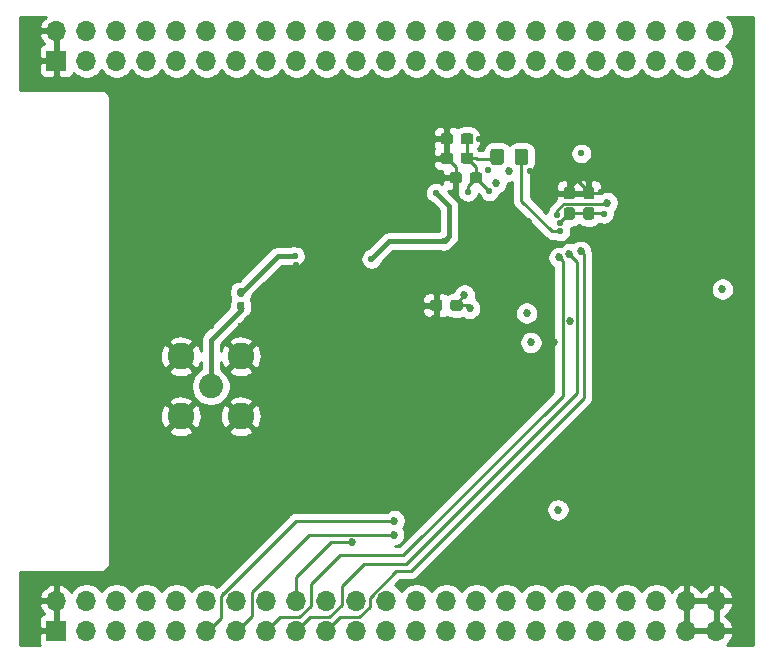
<source format=gbr>
%TF.GenerationSoftware,KiCad,Pcbnew,(5.1.9)-1*%
%TF.CreationDate,2021-11-09T16:48:14-06:00*%
%TF.ProjectId,zigbeeCape,7a696762-6565-4436-9170-652e6b696361,rev?*%
%TF.SameCoordinates,Original*%
%TF.FileFunction,Copper,L4,Bot*%
%TF.FilePolarity,Positive*%
%FSLAX46Y46*%
G04 Gerber Fmt 4.6, Leading zero omitted, Abs format (unit mm)*
G04 Created by KiCad (PCBNEW (5.1.9)-1) date 2021-11-09 16:48:14*
%MOMM*%
%LPD*%
G01*
G04 APERTURE LIST*
%TA.AperFunction,ComponentPad*%
%ADD10R,1.700000X1.700000*%
%TD*%
%TA.AperFunction,ComponentPad*%
%ADD11O,1.700000X1.700000*%
%TD*%
%TA.AperFunction,ComponentPad*%
%ADD12C,0.600000*%
%TD*%
%TA.AperFunction,ComponentPad*%
%ADD13C,0.515000*%
%TD*%
%TA.AperFunction,ComponentPad*%
%ADD14C,2.050000*%
%TD*%
%TA.AperFunction,ComponentPad*%
%ADD15C,2.250000*%
%TD*%
%TA.AperFunction,ViaPad*%
%ADD16C,0.558800*%
%TD*%
%TA.AperFunction,ViaPad*%
%ADD17C,0.685800*%
%TD*%
%TA.AperFunction,Conductor*%
%ADD18C,0.254000*%
%TD*%
%TA.AperFunction,Conductor*%
%ADD19C,0.381000*%
%TD*%
%TA.AperFunction,Conductor*%
%ADD20C,0.100000*%
%TD*%
G04 APERTURE END LIST*
D10*
%TO.P,U5,1*%
%TO.N,GND*%
X3810000Y1905000D03*
D11*
%TO.P,U5,2*%
X3810000Y4445000D03*
%TO.P,U5,3*%
%TO.N,+3V3*%
X6350000Y1905000D03*
%TO.P,U5,4*%
X6350000Y4445000D03*
%TO.P,U5,5*%
%TO.N,Net-(U5-Pad5)*%
X8890000Y1905000D03*
%TO.P,U5,6*%
%TO.N,Net-(U5-Pad6)*%
X8890000Y4445000D03*
%TO.P,U5,7*%
%TO.N,Net-(U5-Pad7)*%
X11430000Y1905000D03*
%TO.P,U5,8*%
%TO.N,Net-(U5-Pad8)*%
X11430000Y4445000D03*
%TO.P,U5,9*%
%TO.N,Net-(U5-Pad9)*%
X13970000Y1905000D03*
%TO.P,U5,10*%
%TO.N,Net-(U5-Pad10)*%
X13970000Y4445000D03*
%TO.P,U5,11*%
%TO.N,UART_RX*%
X16510000Y1905000D03*
%TO.P,U5,12*%
%TO.N,Net-(U5-Pad12)*%
X16510000Y4445000D03*
%TO.P,U5,13*%
%TO.N,UART_TX*%
X19050000Y1905000D03*
%TO.P,U5,14*%
%TO.N,Net-(U5-Pad14)*%
X19050000Y4445000D03*
%TO.P,U5,15*%
%TO.N,SPI_CS2*%
X21590000Y1905000D03*
%TO.P,U5,16*%
%TO.N,Net-(U5-Pad16)*%
X21590000Y4445000D03*
%TO.P,U5,17*%
%TO.N,SPI_CS1*%
X24130000Y1905000D03*
%TO.P,U5,18*%
%TO.N,SPI_MISO*%
X24130000Y4445000D03*
%TO.P,U5,19*%
%TO.N,I2C_SCL*%
X26670000Y1905000D03*
%TO.P,U5,20*%
%TO.N,I2C_SDA*%
X26670000Y4445000D03*
%TO.P,U5,21*%
%TO.N,SPI_MOSI*%
X29210000Y1905000D03*
%TO.P,U5,22*%
%TO.N,SPI_CLK*%
X29210000Y4445000D03*
%TO.P,U5,23*%
%TO.N,Net-(U5-Pad23)*%
X31750000Y1905000D03*
%TO.P,U5,24*%
%TO.N,Net-(U5-Pad24)*%
X31750000Y4445000D03*
%TO.P,U5,25*%
%TO.N,Net-(U5-Pad25)*%
X34290000Y1905000D03*
%TO.P,U5,26*%
%TO.N,Net-(U5-Pad26)*%
X34290000Y4445000D03*
%TO.P,U5,27*%
%TO.N,Net-(U5-Pad27)*%
X36830000Y1905000D03*
%TO.P,U5,28*%
%TO.N,Net-(U5-Pad28)*%
X36830000Y4445000D03*
%TO.P,U5,29*%
%TO.N,Net-(U5-Pad29)*%
X39370000Y1905000D03*
%TO.P,U5,30*%
%TO.N,Net-(U5-Pad30)*%
X39370000Y4445000D03*
%TO.P,U5,31*%
%TO.N,Net-(U5-Pad31)*%
X41910000Y1905000D03*
%TO.P,U5,32*%
%TO.N,Net-(U5-Pad32)*%
X41910000Y4445000D03*
%TO.P,U5,33*%
%TO.N,Net-(U5-Pad33)*%
X44450000Y1905000D03*
%TO.P,U5,34*%
%TO.N,Net-(U5-Pad34)*%
X44450000Y4445000D03*
%TO.P,U5,35*%
%TO.N,Net-(U5-Pad35)*%
X46990000Y1905000D03*
%TO.P,U5,36*%
%TO.N,Net-(U5-Pad36)*%
X46990000Y4445000D03*
%TO.P,U5,37*%
%TO.N,Net-(U5-Pad37)*%
X49530000Y1905000D03*
%TO.P,U5,38*%
%TO.N,Net-(U5-Pad38)*%
X49530000Y4445000D03*
%TO.P,U5,39*%
%TO.N,Net-(U5-Pad39)*%
X52070000Y1905000D03*
%TO.P,U5,40*%
%TO.N,Net-(U5-Pad40)*%
X52070000Y4445000D03*
%TO.P,U5,41*%
%TO.N,Net-(U5-Pad41)*%
X54610000Y1905000D03*
%TO.P,U5,42*%
%TO.N,Net-(U5-Pad42)*%
X54610000Y4445000D03*
%TO.P,U5,43*%
%TO.N,GND*%
X57150000Y1905000D03*
%TO.P,U5,44*%
X57150000Y4445000D03*
%TO.P,U5,45*%
X59690000Y1905000D03*
%TO.P,U5,46*%
X59690000Y4445000D03*
%TD*%
D12*
%TO.P,REF\u002A\u002A,1*%
%TO.N,GND*%
X59740800Y7366000D03*
%TD*%
%TO.P,REF\u002A\u002A,1*%
%TO.N,GND*%
X57200800Y7366000D03*
%TD*%
%TO.P,REF\u002A\u002A,1*%
%TO.N,GND*%
X54660800Y7366000D03*
%TD*%
%TO.P,REF\u002A\u002A,1*%
%TO.N,GND*%
X52120800Y7366000D03*
%TD*%
%TO.P,REF\u002A\u002A,1*%
%TO.N,GND*%
X49580800Y7366000D03*
%TD*%
%TO.P,REF\u002A\u002A,1*%
%TO.N,GND*%
X59740800Y9906000D03*
%TD*%
%TO.P,REF\u002A\u002A,1*%
%TO.N,GND*%
X57200800Y9906000D03*
%TD*%
%TO.P,REF\u002A\u002A,1*%
%TO.N,GND*%
X54660800Y9906000D03*
%TD*%
%TO.P,REF\u002A\u002A,1*%
%TO.N,GND*%
X39725600Y10363200D03*
%TD*%
%TO.P,REF\u002A\u002A,1*%
%TO.N,GND*%
X36271200Y7467600D03*
%TD*%
%TO.P,REF\u002A\u002A,1*%
%TO.N,GND*%
X59740800Y12446000D03*
%TD*%
%TO.P,REF\u002A\u002A,1*%
%TO.N,GND*%
X57200800Y12446000D03*
%TD*%
%TO.P,REF\u002A\u002A,1*%
%TO.N,GND*%
X54660800Y12446000D03*
%TD*%
%TO.P,REF\u002A\u002A,1*%
%TO.N,GND*%
X52120800Y12446000D03*
%TD*%
%TO.P,REF\u002A\u002A,1*%
%TO.N,GND*%
X44856400Y14833600D03*
%TD*%
%TO.P,REF\u002A\u002A,1*%
%TO.N,GND*%
X52527200Y44297600D03*
%TD*%
%TO.P,REF\u002A\u002A,1*%
%TO.N,GND*%
X59740800Y17526000D03*
%TD*%
%TO.P,REF\u002A\u002A,1*%
%TO.N,GND*%
X57200800Y17526000D03*
%TD*%
%TO.P,REF\u002A\u002A,1*%
%TO.N,GND*%
X54660800Y17526000D03*
%TD*%
%TO.P,REF\u002A\u002A,1*%
%TO.N,GND*%
X59740800Y20066000D03*
%TD*%
%TO.P,REF\u002A\u002A,1*%
%TO.N,GND*%
X57200800Y20066000D03*
%TD*%
%TO.P,REF\u002A\u002A,1*%
%TO.N,GND*%
X54660800Y20066000D03*
%TD*%
%TO.P,REF\u002A\u002A,1*%
%TO.N,GND*%
X52120800Y20066000D03*
%TD*%
%TO.P,REF\u002A\u002A,1*%
%TO.N,GND*%
X51409600Y35102800D03*
%TD*%
%TO.P,REF\u002A\u002A,1*%
%TO.N,GND*%
X59740800Y25146000D03*
%TD*%
%TO.P,REF\u002A\u002A,1*%
%TO.N,GND*%
X57200800Y25146000D03*
%TD*%
%TO.P,REF\u002A\u002A,1*%
%TO.N,GND*%
X54660800Y25146000D03*
%TD*%
%TO.P,REF\u002A\u002A,1*%
%TO.N,GND*%
X52120800Y25146000D03*
%TD*%
%TO.P,REF\u002A\u002A,1*%
%TO.N,GND*%
X49580800Y25146000D03*
%TD*%
%TO.P,REF\u002A\u002A,1*%
%TO.N,GND*%
X59740800Y27686000D03*
%TD*%
%TO.P,REF\u002A\u002A,1*%
%TO.N,GND*%
X57200800Y27686000D03*
%TD*%
%TO.P,REF\u002A\u002A,1*%
%TO.N,GND*%
X54660800Y27686000D03*
%TD*%
%TO.P,REF\u002A\u002A,1*%
%TO.N,GND*%
X52120800Y27686000D03*
%TD*%
%TO.P,REF\u002A\u002A,1*%
%TO.N,GND*%
X49580800Y27686000D03*
%TD*%
%TO.P,REF\u002A\u002A,1*%
%TO.N,GND*%
X56286400Y43332400D03*
%TD*%
%TO.P,REF\u002A\u002A,1*%
%TO.N,GND*%
X59791600Y44145200D03*
%TD*%
%TO.P,REF\u002A\u002A,1*%
%TO.N,GND*%
X56184800Y45618400D03*
%TD*%
%TO.P,REF\u002A\u002A,1*%
%TO.N,GND*%
X48717200Y35610800D03*
%TD*%
%TO.P,REF\u002A\u002A,1*%
%TO.N,GND*%
X59740800Y37846000D03*
%TD*%
%TO.P,REF\u002A\u002A,1*%
%TO.N,GND*%
X57200800Y37846000D03*
%TD*%
%TO.P,REF\u002A\u002A,1*%
%TO.N,GND*%
X54660800Y37846000D03*
%TD*%
%TO.P,REF\u002A\u002A,1*%
%TO.N,GND*%
X52120800Y37846000D03*
%TD*%
%TO.P,REF\u002A\u002A,1*%
%TO.N,GND*%
X59740800Y40386000D03*
%TD*%
%TO.P,REF\u002A\u002A,1*%
%TO.N,GND*%
X57200800Y40386000D03*
%TD*%
%TO.P,REF\u002A\u002A,1*%
%TO.N,GND*%
X54660800Y40386000D03*
%TD*%
%TO.P,REF\u002A\u002A,1*%
%TO.N,GND*%
X52120800Y40386000D03*
%TD*%
%TO.P,REF\u002A\u002A,1*%
%TO.N,GND*%
X62280800Y914400D03*
%TD*%
%TO.P,REF\u002A\u002A,1*%
%TO.N,GND*%
X35204400Y19151600D03*
%TD*%
%TO.P,REF\u002A\u002A,1*%
%TO.N,GND*%
X33020000Y18338800D03*
%TD*%
%TO.P,REF\u002A\u002A,1*%
%TO.N,GND*%
X32715200Y16002000D03*
%TD*%
%TO.P,REF\u002A\u002A,1*%
%TO.N,GND*%
X30276800Y13563600D03*
%TD*%
%TO.P,REF\u002A\u002A,1*%
%TO.N,GND*%
X30378400Y15748000D03*
%TD*%
%TO.P,REF\u002A\u002A,1*%
%TO.N,GND*%
X29108400Y17780000D03*
%TD*%
%TO.P,REF\u002A\u002A,1*%
%TO.N,GND*%
X29337000Y20116800D03*
%TD*%
%TO.P,REF\u002A\u002A,1*%
%TO.N,GND*%
X29337000Y22656800D03*
%TD*%
%TO.P,REF\u002A\u002A,1*%
%TO.N,GND*%
X29337000Y25196800D03*
%TD*%
%TO.P,REF\u002A\u002A,1*%
%TO.N,GND*%
X18999200Y7620000D03*
%TD*%
%TO.P,REF\u002A\u002A,1*%
%TO.N,GND*%
X16891000Y7366000D03*
%TD*%
%TO.P,REF\u002A\u002A,1*%
%TO.N,GND*%
X14351000Y7366000D03*
%TD*%
%TO.P,REF\u002A\u002A,1*%
%TO.N,GND*%
X11811000Y7366000D03*
%TD*%
%TO.P,REF\u002A\u002A,1*%
%TO.N,GND*%
X9271000Y7366000D03*
%TD*%
%TO.P,REF\u002A\u002A,1*%
%TO.N,GND*%
X21691600Y10210800D03*
%TD*%
%TO.P,REF\u002A\u002A,1*%
%TO.N,GND*%
X19431000Y9906000D03*
%TD*%
%TO.P,REF\u002A\u002A,1*%
%TO.N,GND*%
X16891000Y9906000D03*
%TD*%
%TO.P,REF\u002A\u002A,1*%
%TO.N,GND*%
X14351000Y9906000D03*
%TD*%
%TO.P,REF\u002A\u002A,1*%
%TO.N,GND*%
X11811000Y9906000D03*
%TD*%
%TO.P,REF\u002A\u002A,1*%
%TO.N,GND*%
X9271000Y9906000D03*
%TD*%
%TO.P,REF\u002A\u002A,1*%
%TO.N,GND*%
X21971000Y12446000D03*
%TD*%
%TO.P,REF\u002A\u002A,1*%
%TO.N,GND*%
X19431000Y12446000D03*
%TD*%
%TO.P,REF\u002A\u002A,1*%
%TO.N,GND*%
X16891000Y12446000D03*
%TD*%
%TO.P,REF\u002A\u002A,1*%
%TO.N,GND*%
X14351000Y12446000D03*
%TD*%
%TO.P,REF\u002A\u002A,1*%
%TO.N,GND*%
X11811000Y12446000D03*
%TD*%
%TO.P,REF\u002A\u002A,1*%
%TO.N,GND*%
X42291000Y45466000D03*
%TD*%
%TO.P,REF\u002A\u002A,1*%
%TO.N,GND*%
X39751000Y45466000D03*
%TD*%
%TO.P,REF\u002A\u002A,1*%
%TO.N,GND*%
X37211000Y45466000D03*
%TD*%
%TO.P,REF\u002A\u002A,1*%
%TO.N,GND*%
X34671000Y45466000D03*
%TD*%
%TO.P,REF\u002A\u002A,1*%
%TO.N,GND*%
X42291000Y48006000D03*
%TD*%
%TO.P,REF\u002A\u002A,1*%
%TO.N,GND*%
X39751000Y48006000D03*
%TD*%
%TO.P,REF\u002A\u002A,1*%
%TO.N,GND*%
X37211000Y48006000D03*
%TD*%
%TO.P,REF\u002A\u002A,1*%
%TO.N,GND*%
X25349200Y31140400D03*
%TD*%
%TO.P,REF\u002A\u002A,1*%
%TO.N,GND*%
X27203400Y33223200D03*
%TD*%
%TO.P,REF\u002A\u002A,1*%
%TO.N,GND*%
X26543000Y34899600D03*
%TD*%
%TO.P,REF\u002A\u002A,1*%
%TO.N,GND*%
X27914600Y36271200D03*
%TD*%
%TO.P,REF\u002A\u002A,1*%
%TO.N,GND*%
X29083000Y34442400D03*
%TD*%
%TO.P,REF\u002A\u002A,1*%
%TO.N,GND*%
X30708600Y35407600D03*
%TD*%
%TO.P,REF\u002A\u002A,1*%
%TO.N,GND*%
X29489400Y37846000D03*
%TD*%
%TO.P,REF\u002A\u002A,1*%
%TO.N,GND*%
X27101800Y38404800D03*
%TD*%
%TO.P,REF\u002A\u002A,1*%
%TO.N,GND*%
X30581600Y39573200D03*
%TD*%
%TO.P,REF\u002A\u002A,1*%
%TO.N,GND*%
X28397200Y39573200D03*
%TD*%
D13*
%TO.P,U1,49*%
%TO.N,GND*%
X39703600Y36560000D03*
X39703600Y35530000D03*
X39703600Y34500000D03*
X39703600Y33470000D03*
X39703600Y32440000D03*
X40733600Y36560000D03*
X40733600Y35530000D03*
X40733600Y34500000D03*
X40733600Y33470000D03*
X40733600Y32440000D03*
X41763600Y36560000D03*
X41763600Y35530000D03*
X41763600Y34500000D03*
X41763600Y33470000D03*
X41763600Y32440000D03*
X42793600Y36560000D03*
X42793600Y35530000D03*
X42793600Y34500000D03*
X42793600Y33470000D03*
X42793600Y32440000D03*
X43823600Y36560000D03*
X43823600Y35530000D03*
X43823600Y34500000D03*
X43823600Y33470000D03*
X43823600Y32440000D03*
%TD*%
D12*
%TO.P,REF\u002A\u002A,1*%
%TO.N,GND*%
X44602400Y43840400D03*
%TD*%
%TO.P,REF\u002A\u002A,1*%
%TO.N,GND*%
X42291000Y43815000D03*
%TD*%
%TO.P,REF\u002A\u002A,1*%
%TO.N,GND*%
X44602400Y45466000D03*
%TD*%
%TO.P,REF\u002A\u002A,1*%
%TO.N,GND*%
X42291000Y45466000D03*
%TD*%
%TO.P,REF\u002A\u002A,1*%
%TO.N,GND*%
X34290000Y43561000D03*
%TD*%
%TO.P,REF\u002A\u002A,1*%
%TO.N,GND*%
X31750000Y43561000D03*
%TD*%
%TO.P,REF\u002A\u002A,1*%
%TO.N,GND*%
X29591000Y42926000D03*
%TD*%
%TO.P,REF\u002A\u002A,1*%
%TO.N,GND*%
X34671000Y45466000D03*
%TD*%
%TO.P,REF\u002A\u002A,1*%
%TO.N,GND*%
X32131000Y45466000D03*
%TD*%
%TO.P,REF\u002A\u002A,1*%
%TO.N,GND*%
X29591000Y45466000D03*
%TD*%
%TO.P,REF\u002A\u002A,1*%
%TO.N,GND*%
X34671000Y48006000D03*
%TD*%
%TO.P,REF\u002A\u002A,1*%
%TO.N,GND*%
X32131000Y48006000D03*
%TD*%
D14*
%TO.P,U3,1*%
%TO.N,Net-(C31-Pad2)*%
X16891000Y22606000D03*
D15*
%TO.P,U3,2*%
%TO.N,GND*%
X19431000Y20066000D03*
X19431000Y25146000D03*
X14351000Y25146000D03*
X14351000Y20066000D03*
%TD*%
D12*
%TO.P,REF\u002A\u002A,1*%
%TO.N,GND*%
X27838400Y13157200D03*
%TD*%
%TO.P,REF\u002A\u002A,1*%
%TO.N,GND*%
X24511000Y12446000D03*
%TD*%
%TO.P,REF\u002A\u002A,1*%
%TO.N,GND*%
X9271000Y12446000D03*
%TD*%
%TO.P,REF\u002A\u002A,1*%
%TO.N,GND*%
X24511000Y14986000D03*
%TD*%
%TO.P,REF\u002A\u002A,1*%
%TO.N,GND*%
X21971000Y14986000D03*
%TD*%
%TO.P,REF\u002A\u002A,1*%
%TO.N,GND*%
X19431000Y14986000D03*
%TD*%
%TO.P,REF\u002A\u002A,1*%
%TO.N,GND*%
X16891000Y14986000D03*
%TD*%
%TO.P,REF\u002A\u002A,1*%
%TO.N,GND*%
X14351000Y14986000D03*
%TD*%
%TO.P,REF\u002A\u002A,1*%
%TO.N,GND*%
X11811000Y14986000D03*
%TD*%
%TO.P,REF\u002A\u002A,1*%
%TO.N,GND*%
X9271000Y14986000D03*
%TD*%
%TO.P,REF\u002A\u002A,1*%
%TO.N,GND*%
X27051000Y17526000D03*
%TD*%
%TO.P,REF\u002A\u002A,1*%
%TO.N,GND*%
X24511000Y17526000D03*
%TD*%
%TO.P,REF\u002A\u002A,1*%
%TO.N,GND*%
X21971000Y17526000D03*
%TD*%
%TO.P,REF\u002A\u002A,1*%
%TO.N,GND*%
X19431000Y17526000D03*
%TD*%
%TO.P,REF\u002A\u002A,1*%
%TO.N,GND*%
X16891000Y17526000D03*
%TD*%
%TO.P,REF\u002A\u002A,1*%
%TO.N,GND*%
X14351000Y17526000D03*
%TD*%
%TO.P,REF\u002A\u002A,1*%
%TO.N,GND*%
X11811000Y17526000D03*
%TD*%
%TO.P,REF\u002A\u002A,1*%
%TO.N,GND*%
X9271000Y17526000D03*
%TD*%
%TO.P,REF\u002A\u002A,1*%
%TO.N,GND*%
X27051000Y20066000D03*
%TD*%
%TO.P,REF\u002A\u002A,1*%
%TO.N,GND*%
X24511000Y20066000D03*
%TD*%
%TO.P,REF\u002A\u002A,1*%
%TO.N,GND*%
X21971000Y20066000D03*
%TD*%
%TO.P,REF\u002A\u002A,1*%
%TO.N,GND*%
X16891000Y20066000D03*
%TD*%
%TO.P,REF\u002A\u002A,1*%
%TO.N,GND*%
X11811000Y20066000D03*
%TD*%
%TO.P,REF\u002A\u002A,1*%
%TO.N,GND*%
X9271000Y20066000D03*
%TD*%
%TO.P,REF\u002A\u002A,1*%
%TO.N,GND*%
X27051000Y22606000D03*
%TD*%
%TO.P,REF\u002A\u002A,1*%
%TO.N,GND*%
X24511000Y22606000D03*
%TD*%
%TO.P,REF\u002A\u002A,1*%
%TO.N,GND*%
X21971000Y22606000D03*
%TD*%
%TO.P,REF\u002A\u002A,1*%
%TO.N,GND*%
X19431000Y22606000D03*
%TD*%
%TO.P,REF\u002A\u002A,1*%
%TO.N,GND*%
X14351000Y22606000D03*
%TD*%
%TO.P,REF\u002A\u002A,1*%
%TO.N,GND*%
X11811000Y22606000D03*
%TD*%
%TO.P,REF\u002A\u002A,1*%
%TO.N,GND*%
X9271000Y22606000D03*
%TD*%
%TO.P,REF\u002A\u002A,1*%
%TO.N,GND*%
X27051000Y25146000D03*
%TD*%
%TO.P,REF\u002A\u002A,1*%
%TO.N,GND*%
X24511000Y25146000D03*
%TD*%
%TO.P,REF\u002A\u002A,1*%
%TO.N,GND*%
X21971000Y25146000D03*
%TD*%
%TO.P,REF\u002A\u002A,1*%
%TO.N,GND*%
X11811000Y25146000D03*
%TD*%
%TO.P,REF\u002A\u002A,1*%
%TO.N,GND*%
X9271000Y25146000D03*
%TD*%
%TO.P,REF\u002A\u002A,1*%
%TO.N,GND*%
X27051000Y27686000D03*
%TD*%
%TO.P,REF\u002A\u002A,1*%
%TO.N,GND*%
X21971000Y27686000D03*
%TD*%
%TO.P,REF\u002A\u002A,1*%
%TO.N,GND*%
X19431000Y27686000D03*
%TD*%
%TO.P,REF\u002A\u002A,1*%
%TO.N,GND*%
X16891000Y27686000D03*
%TD*%
%TO.P,REF\u002A\u002A,1*%
%TO.N,GND*%
X14351000Y27686000D03*
%TD*%
%TO.P,REF\u002A\u002A,1*%
%TO.N,GND*%
X11811000Y27686000D03*
%TD*%
%TO.P,REF\u002A\u002A,1*%
%TO.N,GND*%
X9271000Y27686000D03*
%TD*%
%TO.P,REF\u002A\u002A,1*%
%TO.N,GND*%
X21971000Y30226000D03*
%TD*%
%TO.P,REF\u002A\u002A,1*%
%TO.N,GND*%
X16891000Y30226000D03*
%TD*%
%TO.P,REF\u002A\u002A,1*%
%TO.N,GND*%
X14351000Y30226000D03*
%TD*%
%TO.P,REF\u002A\u002A,1*%
%TO.N,GND*%
X11811000Y30226000D03*
%TD*%
%TO.P,REF\u002A\u002A,1*%
%TO.N,GND*%
X9271000Y30226000D03*
%TD*%
%TO.P,REF\u002A\u002A,1*%
%TO.N,GND*%
X19431000Y32766000D03*
%TD*%
%TO.P,REF\u002A\u002A,1*%
%TO.N,GND*%
X16891000Y32766000D03*
%TD*%
%TO.P,REF\u002A\u002A,1*%
%TO.N,GND*%
X14351000Y32766000D03*
%TD*%
%TO.P,REF\u002A\u002A,1*%
%TO.N,GND*%
X11811000Y32766000D03*
%TD*%
%TO.P,REF\u002A\u002A,1*%
%TO.N,GND*%
X9271000Y32766000D03*
%TD*%
%TO.P,REF\u002A\u002A,1*%
%TO.N,GND*%
X21590000Y35306000D03*
%TD*%
%TO.P,REF\u002A\u002A,1*%
%TO.N,GND*%
X19431000Y35306000D03*
%TD*%
%TO.P,REF\u002A\u002A,1*%
%TO.N,GND*%
X16891000Y35306000D03*
%TD*%
%TO.P,REF\u002A\u002A,1*%
%TO.N,GND*%
X14351000Y35306000D03*
%TD*%
%TO.P,REF\u002A\u002A,1*%
%TO.N,GND*%
X11811000Y35306000D03*
%TD*%
%TO.P,REF\u002A\u002A,1*%
%TO.N,GND*%
X9271000Y35306000D03*
%TD*%
%TO.P,REF\u002A\u002A,1*%
%TO.N,GND*%
X21971000Y37846000D03*
%TD*%
%TO.P,REF\u002A\u002A,1*%
%TO.N,GND*%
X19431000Y37846000D03*
%TD*%
%TO.P,REF\u002A\u002A,1*%
%TO.N,GND*%
X16891000Y37846000D03*
%TD*%
%TO.P,REF\u002A\u002A,1*%
%TO.N,GND*%
X14351000Y37846000D03*
%TD*%
%TO.P,REF\u002A\u002A,1*%
%TO.N,GND*%
X11811000Y37846000D03*
%TD*%
%TO.P,REF\u002A\u002A,1*%
%TO.N,GND*%
X9271000Y37846000D03*
%TD*%
%TO.P,REF\u002A\u002A,1*%
%TO.N,GND*%
X24511000Y40386000D03*
%TD*%
%TO.P,REF\u002A\u002A,1*%
%TO.N,GND*%
X21971000Y40386000D03*
%TD*%
%TO.P,REF\u002A\u002A,1*%
%TO.N,GND*%
X19431000Y40386000D03*
%TD*%
%TO.P,REF\u002A\u002A,1*%
%TO.N,GND*%
X16891000Y40386000D03*
%TD*%
%TO.P,REF\u002A\u002A,1*%
%TO.N,GND*%
X14351000Y40386000D03*
%TD*%
%TO.P,REF\u002A\u002A,1*%
%TO.N,GND*%
X11811000Y40386000D03*
%TD*%
%TO.P,REF\u002A\u002A,1*%
%TO.N,GND*%
X9271000Y40386000D03*
%TD*%
%TO.P,REF\u002A\u002A,1*%
%TO.N,GND*%
X27051000Y42926000D03*
%TD*%
%TO.P,REF\u002A\u002A,1*%
%TO.N,GND*%
X24511000Y42926000D03*
%TD*%
%TO.P,REF\u002A\u002A,1*%
%TO.N,GND*%
X21971000Y42926000D03*
%TD*%
%TO.P,REF\u002A\u002A,1*%
%TO.N,GND*%
X19431000Y42926000D03*
%TD*%
%TO.P,REF\u002A\u002A,1*%
%TO.N,GND*%
X16891000Y42926000D03*
%TD*%
%TO.P,REF\u002A\u002A,1*%
%TO.N,GND*%
X14351000Y42926000D03*
%TD*%
%TO.P,REF\u002A\u002A,1*%
%TO.N,GND*%
X11811000Y42926000D03*
%TD*%
%TO.P,REF\u002A\u002A,1*%
%TO.N,GND*%
X9271000Y42926000D03*
%TD*%
%TO.P,REF\u002A\u002A,1*%
%TO.N,GND*%
X27051000Y45466000D03*
%TD*%
%TO.P,REF\u002A\u002A,1*%
%TO.N,GND*%
X24511000Y45466000D03*
%TD*%
%TO.P,REF\u002A\u002A,1*%
%TO.N,GND*%
X21971000Y45466000D03*
%TD*%
%TO.P,REF\u002A\u002A,1*%
%TO.N,GND*%
X19431000Y45466000D03*
%TD*%
%TO.P,REF\u002A\u002A,1*%
%TO.N,GND*%
X16891000Y45466000D03*
%TD*%
%TO.P,REF\u002A\u002A,1*%
%TO.N,GND*%
X14351000Y45466000D03*
%TD*%
%TO.P,REF\u002A\u002A,1*%
%TO.N,GND*%
X11811000Y45466000D03*
%TD*%
%TO.P,REF\u002A\u002A,1*%
%TO.N,GND*%
X9271000Y45466000D03*
%TD*%
%TO.P,REF\u002A\u002A,1*%
%TO.N,GND*%
X27051000Y48006000D03*
%TD*%
%TO.P,REF\u002A\u002A,1*%
%TO.N,GND*%
X24511000Y48006000D03*
%TD*%
%TO.P,REF\u002A\u002A,1*%
%TO.N,GND*%
X21971000Y48006000D03*
%TD*%
%TO.P,REF\u002A\u002A,1*%
%TO.N,GND*%
X19431000Y48006000D03*
%TD*%
%TO.P,REF\u002A\u002A,1*%
%TO.N,GND*%
X16891000Y48006000D03*
%TD*%
%TO.P,REF\u002A\u002A,1*%
%TO.N,GND*%
X14351000Y48006000D03*
%TD*%
%TO.P,REF\u002A\u002A,1*%
%TO.N,GND*%
X11811000Y48006000D03*
%TD*%
%TO.P,L1,2*%
%TO.N,VDDR*%
%TA.AperFunction,SMDPad,CuDef*%
G36*
G01*
X41714000Y42487001D02*
X41714000Y41586999D01*
G75*
G02*
X41464001Y41337000I-249999J0D01*
G01*
X40813999Y41337000D01*
G75*
G02*
X40564000Y41586999I0J249999D01*
G01*
X40564000Y42487001D01*
G75*
G02*
X40813999Y42737000I249999J0D01*
G01*
X41464001Y42737000D01*
G75*
G02*
X41714000Y42487001I0J-249999D01*
G01*
G37*
%TD.AperFunction*%
%TO.P,L1,1*%
%TO.N,DCDC_SW*%
%TA.AperFunction,SMDPad,CuDef*%
G36*
G01*
X43764000Y42487001D02*
X43764000Y41586999D01*
G75*
G02*
X43514001Y41337000I-249999J0D01*
G01*
X42863999Y41337000D01*
G75*
G02*
X42614000Y41586999I0J249999D01*
G01*
X42614000Y42487001D01*
G75*
G02*
X42863999Y42737000I249999J0D01*
G01*
X43514001Y42737000D01*
G75*
G02*
X43764000Y42487001I0J-249999D01*
G01*
G37*
%TD.AperFunction*%
%TD*%
%TO.P,C13,2*%
%TO.N,GND*%
%TA.AperFunction,SMDPad,CuDef*%
G36*
G01*
X38156000Y40496500D02*
X38156000Y40021500D01*
G75*
G02*
X37918500Y39784000I-237500J0D01*
G01*
X37318500Y39784000D01*
G75*
G02*
X37081000Y40021500I0J237500D01*
G01*
X37081000Y40496500D01*
G75*
G02*
X37318500Y40734000I237500J0D01*
G01*
X37918500Y40734000D01*
G75*
G02*
X38156000Y40496500I0J-237500D01*
G01*
G37*
%TD.AperFunction*%
%TO.P,C13,1*%
%TO.N,VDDR*%
%TA.AperFunction,SMDPad,CuDef*%
G36*
G01*
X39881000Y40496500D02*
X39881000Y40021500D01*
G75*
G02*
X39643500Y39784000I-237500J0D01*
G01*
X39043500Y39784000D01*
G75*
G02*
X38806000Y40021500I0J237500D01*
G01*
X38806000Y40496500D01*
G75*
G02*
X39043500Y40734000I237500J0D01*
G01*
X39643500Y40734000D01*
G75*
G02*
X39881000Y40496500I0J-237500D01*
G01*
G37*
%TD.AperFunction*%
%TD*%
%TO.P,C31,2*%
%TO.N,Net-(C31-Pad2)*%
%TA.AperFunction,SMDPad,CuDef*%
G36*
G01*
X19276000Y29772000D02*
X19586000Y29772000D01*
G75*
G02*
X19741000Y29617000I0J-155000D01*
G01*
X19741000Y29192000D01*
G75*
G02*
X19586000Y29037000I-155000J0D01*
G01*
X19276000Y29037000D01*
G75*
G02*
X19121000Y29192000I0J155000D01*
G01*
X19121000Y29617000D01*
G75*
G02*
X19276000Y29772000I155000J0D01*
G01*
G37*
%TD.AperFunction*%
%TO.P,C31,1*%
%TO.N,Net-(C31-Pad1)*%
%TA.AperFunction,SMDPad,CuDef*%
G36*
G01*
X19276000Y30907000D02*
X19586000Y30907000D01*
G75*
G02*
X19741000Y30752000I0J-155000D01*
G01*
X19741000Y30327000D01*
G75*
G02*
X19586000Y30172000I-155000J0D01*
G01*
X19276000Y30172000D01*
G75*
G02*
X19121000Y30327000I0J155000D01*
G01*
X19121000Y30752000D01*
G75*
G02*
X19276000Y30907000I155000J0D01*
G01*
G37*
%TD.AperFunction*%
%TD*%
%TO.P,REF\u002A\u002A,1*%
%TO.N,GND*%
X62103000Y51054000D03*
%TD*%
%TO.P,REF\u002A\u002A,1*%
%TO.N,GND*%
X62103000Y53340000D03*
%TD*%
%TO.P,REF\u002A\u002A,1*%
%TO.N,GND*%
X9271000Y32766000D03*
%TD*%
%TO.P,REF\u002A\u002A,1*%
%TO.N,GND*%
X60071000Y48006000D03*
%TD*%
%TO.P,REF\u002A\u002A,1*%
%TO.N,GND*%
X49377600Y41097200D03*
%TD*%
%TO.P,REF\u002A\u002A,1*%
%TO.N,GND*%
X38709600Y7467600D03*
%TD*%
%TO.P,REF\u002A\u002A,1*%
%TO.N,GND*%
X47193200Y17983200D03*
%TD*%
%TO.P,REF\u002A\u002A,1*%
%TO.N,GND*%
X44043600Y21539200D03*
%TD*%
%TO.P,REF\u002A\u002A,1*%
%TO.N,GND*%
X45161200Y24587200D03*
%TD*%
%TO.P,REF\u002A\u002A,1*%
%TO.N,GND*%
X46939200Y7366000D03*
%TD*%
%TO.P,REF\u002A\u002A,1*%
%TO.N,GND*%
X44348400Y7416800D03*
%TD*%
%TO.P,REF\u002A\u002A,1*%
%TO.N,GND*%
X41402000Y7416800D03*
%TD*%
%TO.P,REF\u002A\u002A,1*%
%TO.N,GND*%
X9271000Y48006000D03*
%TD*%
%TO.P,REF\u002A\u002A,1*%
%TO.N,GND*%
X9271000Y14986000D03*
%TD*%
%TO.P,REF\u002A\u002A,1*%
%TO.N,GND*%
X9271000Y17526000D03*
%TD*%
%TO.P,REF\u002A\u002A,1*%
%TO.N,GND*%
X9271000Y20066000D03*
%TD*%
%TO.P,REF\u002A\u002A,1*%
%TO.N,GND*%
X9271000Y22606000D03*
%TD*%
%TO.P,REF\u002A\u002A,1*%
%TO.N,GND*%
X9271000Y25146000D03*
%TD*%
%TO.P,REF\u002A\u002A,1*%
%TO.N,GND*%
X9271000Y27686000D03*
%TD*%
%TO.P,REF\u002A\u002A,1*%
%TO.N,GND*%
X9271000Y30226000D03*
%TD*%
%TO.P,REF\u002A\u002A,1*%
%TO.N,GND*%
X9271000Y35306000D03*
%TD*%
%TO.P,REF\u002A\u002A,1*%
%TO.N,GND*%
X9271000Y37846000D03*
%TD*%
%TO.P,REF\u002A\u002A,1*%
%TO.N,GND*%
X9271000Y40386000D03*
%TD*%
%TO.P,REF\u002A\u002A,1*%
%TO.N,GND*%
X9271000Y42926000D03*
%TD*%
%TO.P,REF\u002A\u002A,1*%
%TO.N,GND*%
X9271000Y45466000D03*
%TD*%
%TO.P,REF\u002A\u002A,1*%
%TO.N,GND*%
X62103000Y6096000D03*
%TD*%
%TO.P,REF\u002A\u002A,1*%
%TO.N,GND*%
X62103000Y12446000D03*
%TD*%
%TO.P,REF\u002A\u002A,1*%
%TO.N,GND*%
X62103000Y7874000D03*
%TD*%
%TO.P,REF\u002A\u002A,1*%
%TO.N,GND*%
X62103000Y9906000D03*
%TD*%
%TO.P,REF\u002A\u002A,1*%
%TO.N,GND*%
X62103000Y14986000D03*
%TD*%
%TO.P,REF\u002A\u002A,1*%
%TO.N,GND*%
X62103000Y17526000D03*
%TD*%
%TO.P,REF\u002A\u002A,1*%
%TO.N,GND*%
X62103000Y20066000D03*
%TD*%
%TO.P,REF\u002A\u002A,1*%
%TO.N,GND*%
X62103000Y22606000D03*
%TD*%
%TO.P,REF\u002A\u002A,1*%
%TO.N,GND*%
X62103000Y25146000D03*
%TD*%
%TO.P,REF\u002A\u002A,1*%
%TO.N,GND*%
X62103000Y27686000D03*
%TD*%
%TO.P,REF\u002A\u002A,1*%
%TO.N,GND*%
X62103000Y30226000D03*
%TD*%
%TO.P,REF\u002A\u002A,1*%
%TO.N,GND*%
X62103000Y32766000D03*
%TD*%
%TO.P,REF\u002A\u002A,1*%
%TO.N,GND*%
X62103000Y35306000D03*
%TD*%
%TO.P,REF\u002A\u002A,1*%
%TO.N,GND*%
X62103000Y37846000D03*
%TD*%
%TO.P,REF\u002A\u002A,1*%
%TO.N,GND*%
X62103000Y40386000D03*
%TD*%
%TO.P,REF\u002A\u002A,1*%
%TO.N,GND*%
X62103000Y42926000D03*
%TD*%
%TO.P,REF\u002A\u002A,1*%
%TO.N,GND*%
X62103000Y45466000D03*
%TD*%
%TO.P,REF\u002A\u002A,1*%
%TO.N,GND*%
X62103000Y48006000D03*
%TD*%
%TO.P,REF\u002A\u002A,1*%
%TO.N,GND*%
X54991000Y48006000D03*
%TD*%
%TO.P,REF\u002A\u002A,1*%
%TO.N,GND*%
X57531000Y48006000D03*
%TD*%
%TO.P,REF\u002A\u002A,1*%
%TO.N,GND*%
X52451000Y48006000D03*
%TD*%
%TO.P,REF\u002A\u002A,1*%
%TO.N,GND*%
X49911000Y48006000D03*
%TD*%
%TO.P,REF\u002A\u002A,1*%
%TO.N,GND*%
X47904400Y48006000D03*
%TD*%
%TO.P,REF\u002A\u002A,1*%
%TO.N,GND*%
X44602400Y47955200D03*
%TD*%
%TO.P,REF\u002A\u002A,1*%
%TO.N,GND*%
X42291000Y48006000D03*
%TD*%
%TO.P,REF\u002A\u002A,1*%
%TO.N,GND*%
X34671000Y48006000D03*
%TD*%
%TO.P,REF\u002A\u002A,1*%
%TO.N,GND*%
X32131000Y48006000D03*
%TD*%
%TO.P,REF\u002A\u002A,1*%
%TO.N,GND*%
X29591000Y48006000D03*
%TD*%
%TO.P,REF\u002A\u002A,1*%
%TO.N,GND*%
X27051000Y48006000D03*
%TD*%
%TO.P,REF\u002A\u002A,1*%
%TO.N,GND*%
X24511000Y48006000D03*
%TD*%
%TO.P,REF\u002A\u002A,1*%
%TO.N,GND*%
X21971000Y48006000D03*
%TD*%
%TO.P,REF\u002A\u002A,1*%
%TO.N,GND*%
X19431000Y48006000D03*
%TD*%
%TO.P,REF\u002A\u002A,1*%
%TO.N,GND*%
X16891000Y48006000D03*
%TD*%
%TO.P,REF\u002A\u002A,1*%
%TO.N,GND*%
X14351000Y48006000D03*
%TD*%
%TO.P,REF\u002A\u002A,1*%
%TO.N,GND*%
X11811000Y48006000D03*
%TD*%
D11*
%TO.P,U4,46*%
%TO.N,Net-(U4-Pad46)*%
X59690000Y52705000D03*
%TO.P,U4,45*%
%TO.N,Net-(U4-Pad45)*%
X59690000Y50165000D03*
%TO.P,U4,44*%
%TO.N,Net-(U4-Pad44)*%
X57150000Y52705000D03*
%TO.P,U4,43*%
%TO.N,Net-(U4-Pad43)*%
X57150000Y50165000D03*
%TO.P,U4,42*%
%TO.N,Net-(U4-Pad42)*%
X54610000Y52705000D03*
%TO.P,U4,41*%
%TO.N,Net-(U4-Pad41)*%
X54610000Y50165000D03*
%TO.P,U4,40*%
%TO.N,Net-(U4-Pad40)*%
X52070000Y52705000D03*
%TO.P,U4,39*%
%TO.N,Net-(U4-Pad39)*%
X52070000Y50165000D03*
%TO.P,U4,38*%
%TO.N,Net-(U4-Pad38)*%
X49530000Y52705000D03*
%TO.P,U4,37*%
%TO.N,Net-(U4-Pad37)*%
X49530000Y50165000D03*
%TO.P,U4,36*%
%TO.N,Net-(U4-Pad36)*%
X46990000Y52705000D03*
%TO.P,U4,35*%
%TO.N,FCON_CTS*%
X46990000Y50165000D03*
%TO.P,U4,34*%
%TO.N,Net-(U4-Pad34)*%
X44450000Y52705000D03*
%TO.P,U4,33*%
%TO.N,FCON_RTS*%
X44450000Y50165000D03*
%TO.P,U4,32*%
%TO.N,Net-(U4-Pad32)*%
X41910000Y52705000D03*
%TO.P,U4,31*%
%TO.N,Net-(U4-Pad31)*%
X41910000Y50165000D03*
%TO.P,U4,30*%
%TO.N,Net-(U4-Pad30)*%
X39370000Y52705000D03*
%TO.P,U4,29*%
%TO.N,Net-(U4-Pad29)*%
X39370000Y50165000D03*
%TO.P,U4,28*%
%TO.N,Net-(U4-Pad28)*%
X36830000Y52705000D03*
%TO.P,U4,27*%
%TO.N,Net-(U4-Pad27)*%
X36830000Y50165000D03*
%TO.P,U4,26*%
%TO.N,Net-(U4-Pad26)*%
X34290000Y52705000D03*
%TO.P,U4,25*%
%TO.N,Net-(U4-Pad25)*%
X34290000Y50165000D03*
%TO.P,U4,24*%
%TO.N,Net-(U4-Pad24)*%
X31750000Y52705000D03*
%TO.P,U4,23*%
%TO.N,Net-(U4-Pad23)*%
X31750000Y50165000D03*
%TO.P,U4,22*%
%TO.N,Net-(U4-Pad22)*%
X29210000Y52705000D03*
%TO.P,U4,21*%
%TO.N,Net-(U4-Pad21)*%
X29210000Y50165000D03*
%TO.P,U4,20*%
%TO.N,Net-(U4-Pad20)*%
X26670000Y52705000D03*
%TO.P,U4,19*%
%TO.N,Net-(U4-Pad19)*%
X26670000Y50165000D03*
%TO.P,U4,18*%
%TO.N,Net-(U4-Pad18)*%
X24130000Y52705000D03*
%TO.P,U4,17*%
%TO.N,Net-(U4-Pad17)*%
X24130000Y50165000D03*
%TO.P,U4,16*%
%TO.N,Net-(U4-Pad16)*%
X21590000Y52705000D03*
%TO.P,U4,15*%
%TO.N,Net-(U4-Pad15)*%
X21590000Y50165000D03*
%TO.P,U4,14*%
%TO.N,Net-(U4-Pad14)*%
X19050000Y52705000D03*
%TO.P,U4,13*%
%TO.N,Net-(U4-Pad13)*%
X19050000Y50165000D03*
%TO.P,U4,12*%
%TO.N,Net-(U4-Pad12)*%
X16510000Y52705000D03*
%TO.P,U4,11*%
%TO.N,Net-(U4-Pad11)*%
X16510000Y50165000D03*
%TO.P,U4,10*%
%TO.N,Net-(U4-Pad10)*%
X13970000Y52705000D03*
%TO.P,U4,9*%
%TO.N,Net-(U4-Pad9)*%
X13970000Y50165000D03*
%TO.P,U4,8*%
%TO.N,Net-(U4-Pad8)*%
X11430000Y52705000D03*
%TO.P,U4,7*%
%TO.N,Net-(U4-Pad7)*%
X11430000Y50165000D03*
%TO.P,U4,6*%
%TO.N,Net-(U4-Pad6)*%
X8890000Y52705000D03*
%TO.P,U4,5*%
%TO.N,Net-(U4-Pad5)*%
X8890000Y50165000D03*
%TO.P,U4,4*%
%TO.N,Net-(U4-Pad4)*%
X6350000Y52705000D03*
%TO.P,U4,3*%
%TO.N,Net-(U4-Pad3)*%
X6350000Y50165000D03*
%TO.P,U4,2*%
%TO.N,GND*%
X3810000Y52705000D03*
D10*
%TO.P,U4,1*%
X3810000Y50165000D03*
%TD*%
%TO.P,C6,2*%
%TO.N,GND*%
%TA.AperFunction,SMDPad,CuDef*%
G36*
G01*
X36505000Y29701500D02*
X36505000Y29226500D01*
G75*
G02*
X36267500Y28989000I-237500J0D01*
G01*
X35667500Y28989000D01*
G75*
G02*
X35430000Y29226500I0J237500D01*
G01*
X35430000Y29701500D01*
G75*
G02*
X35667500Y29939000I237500J0D01*
G01*
X36267500Y29939000D01*
G75*
G02*
X36505000Y29701500I0J-237500D01*
G01*
G37*
%TD.AperFunction*%
%TO.P,C6,1*%
%TO.N,+3V3*%
%TA.AperFunction,SMDPad,CuDef*%
G36*
G01*
X38230000Y29701500D02*
X38230000Y29226500D01*
G75*
G02*
X37992500Y28989000I-237500J0D01*
G01*
X37392500Y28989000D01*
G75*
G02*
X37155000Y29226500I0J237500D01*
G01*
X37155000Y29701500D01*
G75*
G02*
X37392500Y29939000I237500J0D01*
G01*
X37992500Y29939000D01*
G75*
G02*
X38230000Y29701500I0J-237500D01*
G01*
G37*
%TD.AperFunction*%
%TD*%
%TO.P,C9,2*%
%TO.N,GND*%
%TA.AperFunction,SMDPad,CuDef*%
G36*
G01*
X47481500Y38425000D02*
X47006500Y38425000D01*
G75*
G02*
X46769000Y38662500I0J237500D01*
G01*
X46769000Y39262500D01*
G75*
G02*
X47006500Y39500000I237500J0D01*
G01*
X47481500Y39500000D01*
G75*
G02*
X47719000Y39262500I0J-237500D01*
G01*
X47719000Y38662500D01*
G75*
G02*
X47481500Y38425000I-237500J0D01*
G01*
G37*
%TD.AperFunction*%
%TO.P,C9,1*%
%TO.N,+3V3*%
%TA.AperFunction,SMDPad,CuDef*%
G36*
G01*
X47481500Y36700000D02*
X47006500Y36700000D01*
G75*
G02*
X46769000Y36937500I0J237500D01*
G01*
X46769000Y37537500D01*
G75*
G02*
X47006500Y37775000I237500J0D01*
G01*
X47481500Y37775000D01*
G75*
G02*
X47719000Y37537500I0J-237500D01*
G01*
X47719000Y36937500D01*
G75*
G02*
X47481500Y36700000I-237500J0D01*
G01*
G37*
%TD.AperFunction*%
%TD*%
%TO.P,C10,1*%
%TO.N,+3V3*%
%TA.AperFunction,SMDPad,CuDef*%
G36*
G01*
X49132500Y36700000D02*
X48657500Y36700000D01*
G75*
G02*
X48420000Y36937500I0J237500D01*
G01*
X48420000Y37537500D01*
G75*
G02*
X48657500Y37775000I237500J0D01*
G01*
X49132500Y37775000D01*
G75*
G02*
X49370000Y37537500I0J-237500D01*
G01*
X49370000Y36937500D01*
G75*
G02*
X49132500Y36700000I-237500J0D01*
G01*
G37*
%TD.AperFunction*%
%TO.P,C10,2*%
%TO.N,GND*%
%TA.AperFunction,SMDPad,CuDef*%
G36*
G01*
X49132500Y38425000D02*
X48657500Y38425000D01*
G75*
G02*
X48420000Y38662500I0J237500D01*
G01*
X48420000Y39262500D01*
G75*
G02*
X48657500Y39500000I237500J0D01*
G01*
X49132500Y39500000D01*
G75*
G02*
X49370000Y39262500I0J-237500D01*
G01*
X49370000Y38662500D01*
G75*
G02*
X49132500Y38425000I-237500J0D01*
G01*
G37*
%TD.AperFunction*%
%TD*%
%TO.P,C11,1*%
%TO.N,VDDR*%
%TA.AperFunction,SMDPad,CuDef*%
G36*
G01*
X39119000Y43798500D02*
X39119000Y43323500D01*
G75*
G02*
X38881500Y43086000I-237500J0D01*
G01*
X38281500Y43086000D01*
G75*
G02*
X38044000Y43323500I0J237500D01*
G01*
X38044000Y43798500D01*
G75*
G02*
X38281500Y44036000I237500J0D01*
G01*
X38881500Y44036000D01*
G75*
G02*
X39119000Y43798500I0J-237500D01*
G01*
G37*
%TD.AperFunction*%
%TO.P,C11,2*%
%TO.N,GND*%
%TA.AperFunction,SMDPad,CuDef*%
G36*
G01*
X37394000Y43798500D02*
X37394000Y43323500D01*
G75*
G02*
X37156500Y43086000I-237500J0D01*
G01*
X36556500Y43086000D01*
G75*
G02*
X36319000Y43323500I0J237500D01*
G01*
X36319000Y43798500D01*
G75*
G02*
X36556500Y44036000I237500J0D01*
G01*
X37156500Y44036000D01*
G75*
G02*
X37394000Y43798500I0J-237500D01*
G01*
G37*
%TD.AperFunction*%
%TD*%
%TO.P,C16,1*%
%TO.N,VDDR*%
%TA.AperFunction,SMDPad,CuDef*%
G36*
G01*
X39119000Y42147500D02*
X39119000Y41672500D01*
G75*
G02*
X38881500Y41435000I-237500J0D01*
G01*
X38281500Y41435000D01*
G75*
G02*
X38044000Y41672500I0J237500D01*
G01*
X38044000Y42147500D01*
G75*
G02*
X38281500Y42385000I237500J0D01*
G01*
X38881500Y42385000D01*
G75*
G02*
X39119000Y42147500I0J-237500D01*
G01*
G37*
%TD.AperFunction*%
%TO.P,C16,2*%
%TO.N,GND*%
%TA.AperFunction,SMDPad,CuDef*%
G36*
G01*
X37394000Y42147500D02*
X37394000Y41672500D01*
G75*
G02*
X37156500Y41435000I-237500J0D01*
G01*
X36556500Y41435000D01*
G75*
G02*
X36319000Y41672500I0J237500D01*
G01*
X36319000Y42147500D01*
G75*
G02*
X36556500Y42385000I237500J0D01*
G01*
X37156500Y42385000D01*
G75*
G02*
X37394000Y42147500I0J-237500D01*
G01*
G37*
%TD.AperFunction*%
%TD*%
D16*
%TO.N,GND*%
X34290000Y42291000D03*
X32639000Y42418000D03*
X32004000Y41656000D03*
X31877000Y37846000D03*
X31877000Y36576000D03*
X33274000Y36576000D03*
X24638000Y36195000D03*
X26162000Y36195000D03*
X26162000Y37592000D03*
X25654000Y40640000D03*
X25654000Y42037000D03*
X27178000Y41910000D03*
X27178000Y30099000D03*
X26670000Y30734000D03*
X27305000Y31877000D03*
X37592000Y38989000D03*
X36322000Y40513000D03*
X35560000Y41910000D03*
X35560000Y43434000D03*
X36830000Y44831000D03*
X24257000Y34544000D03*
X25400000Y34417000D03*
X24130000Y32893000D03*
X25527000Y32893000D03*
X32893000Y30734000D03*
X32893000Y29464000D03*
X31623000Y29464000D03*
X40360600Y40944800D03*
X39624000Y43535600D03*
X40817800Y43586400D03*
X43942000Y40792400D03*
X44978601Y39725600D03*
X46228000Y38963600D03*
X49936400Y39014400D03*
X47904400Y40030400D03*
X48260000Y46532800D03*
X50901600Y46634400D03*
X53797200Y46532800D03*
X58877200Y46532800D03*
X61620400Y46583600D03*
D17*
X35763200Y28295600D03*
X36068000Y30480000D03*
X37134800Y20167600D03*
X32715200Y22910800D03*
X33883600Y21996400D03*
X31343600Y21894800D03*
X60248800Y32715200D03*
X60248800Y35864800D03*
X47294800Y28092400D03*
X45923200Y26314400D03*
X50241200Y13309600D03*
X47599600Y13309600D03*
X49225200Y10566400D03*
X52273200Y10668000D03*
X57251600Y10566400D03*
X60147200Y10617200D03*
X57048400Y18592800D03*
X60045600Y18643600D03*
X52120800Y18592800D03*
X49174400Y18643600D03*
X49682400Y21132800D03*
X48463200Y19964400D03*
X46329600Y10312400D03*
D16*
%TO.N,+3V3*%
X50165000Y37211000D03*
X46482001Y36463794D03*
X48260000Y42316400D03*
D17*
X38354000Y30327600D03*
X38811200Y29210000D03*
X60198000Y30835600D03*
X43637200Y28803600D03*
X43992800Y26314400D03*
X46278800Y12141200D03*
X42113200Y40843200D03*
X41046400Y39827200D03*
D16*
%TO.N,Net-(C7-Pad1)*%
X46228000Y37134800D03*
D17*
X50444400Y38150800D03*
D16*
%TO.N,VDDR*%
X38658800Y39065200D03*
X40478810Y39116000D03*
%TO.N,/ZigBeeFiltering/RX_TX*%
X30480000Y33401000D03*
X35941000Y38989000D03*
X36601400Y34925000D03*
%TO.N,Net-(C31-Pad1)*%
X24003000Y33655000D03*
%TO.N,DCDC_SW*%
X46482000Y35712400D03*
D17*
%TO.N,UART_RX*%
X32410400Y11226800D03*
%TO.N,UART_TX*%
X32367833Y10050167D03*
%TO.N,SPI_MISO*%
X28803600Y9398000D03*
%TO.N,SPI_CS2*%
X46380400Y33528000D03*
%TO.N,SPI_CS1*%
X47244000Y33832800D03*
%TO.N,I2C_SCL*%
X48209200Y34036000D03*
%TD*%
D18*
%TO.N,GND*%
X37618500Y39015500D02*
X37592000Y38989000D01*
X37618500Y40259000D02*
X37618500Y39015500D01*
X36576000Y40259000D02*
X36322000Y40513000D01*
X37618500Y40259000D02*
X36576000Y40259000D01*
X36856500Y41910000D02*
X35560000Y41910000D01*
X35687000Y43561000D02*
X35560000Y43434000D01*
X36856500Y43561000D02*
X35687000Y43561000D01*
X36856500Y44804500D02*
X36830000Y44831000D01*
X36856500Y43561000D02*
X36856500Y44804500D01*
X37618500Y41148000D02*
X36856500Y41910000D01*
X37618500Y40259000D02*
X37618500Y41148000D01*
X36856500Y41910000D02*
X36856500Y43561000D01*
X46229100Y38962500D02*
X46228000Y38963600D01*
X47244000Y38962500D02*
X46229100Y38962500D01*
X49884500Y38962500D02*
X49936400Y39014400D01*
X48895000Y38962500D02*
X49884500Y38962500D01*
X47244000Y39370000D02*
X47904400Y40030400D01*
X47244000Y38962500D02*
X47244000Y39370000D01*
X48895000Y39039800D02*
X47904400Y40030400D01*
X48895000Y38962500D02*
X48895000Y39039800D01*
X35967500Y28499900D02*
X35763200Y28295600D01*
X35967500Y29464000D02*
X35967500Y28499900D01*
X35967500Y30379500D02*
X36068000Y30480000D01*
X35967500Y29464000D02*
X35967500Y30379500D01*
%TO.N,+3V3*%
X48895000Y37237500D02*
X47244000Y37237500D01*
X48895000Y37237500D02*
X50138500Y37237500D01*
X50138500Y37237500D02*
X50165000Y37211000D01*
X46482001Y36475501D02*
X47244000Y37237500D01*
X46482001Y36463794D02*
X46482001Y36475501D01*
X37692500Y29666100D02*
X38354000Y30327600D01*
X37692500Y29464000D02*
X37692500Y29666100D01*
X38557200Y29464000D02*
X38811200Y29210000D01*
X37692500Y29464000D02*
X38557200Y29464000D01*
%TO.N,Net-(C7-Pad1)*%
X46792386Y38054410D02*
X49803436Y38054410D01*
X46228000Y37490024D02*
X46792386Y38054410D01*
X46228000Y37134800D02*
X46228000Y37490024D01*
X50348010Y38054410D02*
X50444400Y38150800D01*
X49803436Y38054410D02*
X50348010Y38054410D01*
%TO.N,VDDR*%
X39343500Y40259000D02*
X39343500Y40158500D01*
X39343500Y41148000D02*
X38581500Y41910000D01*
X39343500Y40259000D02*
X39343500Y41148000D01*
X38581500Y41910000D02*
X38581500Y43561000D01*
X39343500Y40242354D02*
X39343500Y40259000D01*
X40910399Y41808399D02*
X41139000Y42037000D01*
X39458391Y41808399D02*
X40910399Y41808399D01*
X39356790Y41910000D02*
X39458391Y41808399D01*
X38581500Y41910000D02*
X39356790Y41910000D01*
X38658800Y39574300D02*
X39343500Y40259000D01*
X38658800Y39065200D02*
X38658800Y39574300D01*
X40478810Y39123690D02*
X39343500Y40259000D01*
X40478810Y39116000D02*
X40478810Y39123690D01*
D19*
%TO.N,/ZigBeeFiltering/RX_TX*%
X30480000Y33401000D02*
X32004000Y34925000D01*
X37084000Y37846000D02*
X35941000Y38989000D01*
X37084000Y37846000D02*
X37084000Y35306000D01*
X32004000Y34925000D02*
X36423600Y34925000D01*
X36703000Y34925000D02*
X37084000Y35306000D01*
D18*
X36601400Y34925000D02*
X36703000Y34925000D01*
X36423600Y34925000D02*
X36601400Y34925000D01*
D19*
%TO.N,Net-(C31-Pad1)*%
X24003000Y33655000D02*
X22546500Y33655000D01*
X22546500Y33655000D02*
X20607750Y31716250D01*
X20607750Y31716250D02*
X19431000Y30539500D01*
D18*
%TO.N,DCDC_SW*%
X43189000Y42037000D02*
X43189000Y39005400D01*
X46482000Y35712400D02*
X45770800Y35712400D01*
X43189000Y38294200D02*
X43189000Y39005400D01*
X45770800Y35712400D02*
X43189000Y38294200D01*
%TO.N,UART_RX*%
X32410400Y11226800D02*
X24085286Y11226800D01*
X17914513Y5062113D02*
X17830800Y4978400D01*
X17986243Y5127757D02*
X17920599Y5062113D01*
X24085286Y11226800D02*
X17986243Y5127757D01*
X17920599Y5062113D02*
X17914513Y5062113D01*
X16510000Y1905000D02*
X16687800Y1905000D01*
X16687800Y1905000D02*
X17729200Y2946400D01*
X17729200Y4870714D02*
X17986243Y5127757D01*
X17729200Y2946400D02*
X17729200Y4870714D01*
%TO.N,UART_TX*%
X20370800Y5178512D02*
X25242455Y10050167D01*
X25242455Y10050167D02*
X32367833Y10050167D01*
X20370800Y3149600D02*
X20370800Y5178512D01*
X19126200Y1905000D02*
X20370800Y3149600D01*
X19050000Y1905000D02*
X19126200Y1905000D01*
%TO.N,SPI_MISO*%
X24130000Y4445000D02*
X24130000Y6451600D01*
X27076400Y9398000D02*
X28803600Y9398000D01*
X24130000Y6451600D02*
X27076400Y9398000D01*
%TO.N,Net-(C31-Pad2)*%
X19431000Y29404500D02*
X19431000Y29337000D01*
X19431000Y29404500D02*
X19431000Y29083000D01*
D19*
X16891000Y26543000D02*
X16891000Y22733000D01*
X19431000Y29083000D02*
X16891000Y26543000D01*
D18*
%TO.N,SPI_CS2*%
X33172400Y8280400D02*
X46672499Y21780499D01*
X46672499Y33235901D02*
X46380400Y33528000D01*
X25400000Y5892800D02*
X27787600Y8280400D01*
X25400000Y4043486D02*
X25400000Y5892800D01*
X24390915Y3034401D02*
X25400000Y4043486D01*
X46672499Y21780499D02*
X46672499Y33235901D01*
X22719401Y3034401D02*
X24390915Y3034401D01*
X27787600Y8280400D02*
X33172400Y8280400D01*
X21590000Y1905000D02*
X22719401Y3034401D01*
%TO.N,SPI_CS1*%
X47244000Y21386800D02*
X35306000Y9448800D01*
X47917101Y22059901D02*
X47244000Y21386800D01*
X47917101Y33159699D02*
X47917101Y22059901D01*
X47244000Y33832800D02*
X47917101Y33159699D01*
X35306000Y9448800D02*
X33426400Y7569200D01*
X33426400Y7569200D02*
X29870400Y7569200D01*
X29870400Y7569200D02*
X27990800Y5689600D01*
X25259401Y3034401D02*
X24130000Y1905000D01*
X26930915Y3034401D02*
X25259401Y3034401D01*
X27990800Y4094286D02*
X26930915Y3034401D01*
X27990800Y5689600D02*
X27990800Y4094286D01*
%TO.N,I2C_SCL*%
X48463200Y33782000D02*
X48209200Y34036000D01*
X32603343Y6969857D02*
X33843057Y6969857D01*
X30339401Y4705915D02*
X32603343Y6969857D01*
X30339401Y3902887D02*
X30339401Y4705915D01*
X48463200Y21590000D02*
X48463200Y33782000D01*
X29470915Y3034401D02*
X30339401Y3902887D01*
X27799401Y3034401D02*
X29470915Y3034401D01*
X33843057Y6969857D02*
X48463200Y21590000D01*
X26670000Y1905000D02*
X27799401Y3034401D01*
%TD*%
%TO.N,GND*%
X2809731Y53802588D02*
X2614822Y53586355D01*
X2465843Y53336252D01*
X2368519Y53061891D01*
X2489186Y52832000D01*
X3683000Y52832000D01*
X3683000Y52852000D01*
X3937000Y52852000D01*
X3937000Y52832000D01*
X3957000Y52832000D01*
X3957000Y52578000D01*
X3937000Y52578000D01*
X3937000Y50292000D01*
X3957000Y50292000D01*
X3957000Y50038000D01*
X3937000Y50038000D01*
X3937000Y48838750D01*
X4095750Y48680000D01*
X4660000Y48676928D01*
X4784482Y48689188D01*
X4904180Y48725498D01*
X5014494Y48784463D01*
X5111185Y48863815D01*
X5190537Y48960506D01*
X5249502Y49070820D01*
X5266497Y49126844D01*
X5393653Y48999688D01*
X5639370Y48835505D01*
X5912396Y48722413D01*
X6202239Y48664760D01*
X6497761Y48664760D01*
X6787604Y48722413D01*
X7060630Y48835505D01*
X7306347Y48999688D01*
X7515312Y49208653D01*
X7620000Y49365330D01*
X7724688Y49208653D01*
X7933653Y48999688D01*
X8179370Y48835505D01*
X8452396Y48722413D01*
X8742239Y48664760D01*
X9037761Y48664760D01*
X9327604Y48722413D01*
X9600630Y48835505D01*
X9846347Y48999688D01*
X10055312Y49208653D01*
X10160000Y49365330D01*
X10264688Y49208653D01*
X10473653Y48999688D01*
X10719370Y48835505D01*
X10992396Y48722413D01*
X11282239Y48664760D01*
X11577761Y48664760D01*
X11867604Y48722413D01*
X12140630Y48835505D01*
X12386347Y48999688D01*
X12595312Y49208653D01*
X12700000Y49365330D01*
X12804688Y49208653D01*
X13013653Y48999688D01*
X13259370Y48835505D01*
X13532396Y48722413D01*
X13822239Y48664760D01*
X14117761Y48664760D01*
X14407604Y48722413D01*
X14680630Y48835505D01*
X14926347Y48999688D01*
X15135312Y49208653D01*
X15240000Y49365330D01*
X15344688Y49208653D01*
X15553653Y48999688D01*
X15799370Y48835505D01*
X16072396Y48722413D01*
X16362239Y48664760D01*
X16657761Y48664760D01*
X16947604Y48722413D01*
X17220630Y48835505D01*
X17466347Y48999688D01*
X17675312Y49208653D01*
X17780000Y49365330D01*
X17884688Y49208653D01*
X18093653Y48999688D01*
X18339370Y48835505D01*
X18612396Y48722413D01*
X18902239Y48664760D01*
X19197761Y48664760D01*
X19487604Y48722413D01*
X19760630Y48835505D01*
X20006347Y48999688D01*
X20215312Y49208653D01*
X20320000Y49365330D01*
X20424688Y49208653D01*
X20633653Y48999688D01*
X20879370Y48835505D01*
X21152396Y48722413D01*
X21442239Y48664760D01*
X21737761Y48664760D01*
X22027604Y48722413D01*
X22300630Y48835505D01*
X22546347Y48999688D01*
X22755312Y49208653D01*
X22860000Y49365330D01*
X22964688Y49208653D01*
X23173653Y48999688D01*
X23419370Y48835505D01*
X23692396Y48722413D01*
X23982239Y48664760D01*
X24277761Y48664760D01*
X24567604Y48722413D01*
X24840630Y48835505D01*
X25086347Y48999688D01*
X25295312Y49208653D01*
X25400000Y49365330D01*
X25504688Y49208653D01*
X25713653Y48999688D01*
X25959370Y48835505D01*
X26232396Y48722413D01*
X26522239Y48664760D01*
X26817761Y48664760D01*
X27107604Y48722413D01*
X27380630Y48835505D01*
X27626347Y48999688D01*
X27835312Y49208653D01*
X27940000Y49365330D01*
X28044688Y49208653D01*
X28253653Y48999688D01*
X28499370Y48835505D01*
X28772396Y48722413D01*
X29062239Y48664760D01*
X29357761Y48664760D01*
X29647604Y48722413D01*
X29920630Y48835505D01*
X30166347Y48999688D01*
X30375312Y49208653D01*
X30480000Y49365330D01*
X30584688Y49208653D01*
X30793653Y48999688D01*
X31039370Y48835505D01*
X31312396Y48722413D01*
X31602239Y48664760D01*
X31897761Y48664760D01*
X32187604Y48722413D01*
X32460630Y48835505D01*
X32706347Y48999688D01*
X32915312Y49208653D01*
X33020000Y49365330D01*
X33124688Y49208653D01*
X33333653Y48999688D01*
X33579370Y48835505D01*
X33852396Y48722413D01*
X34142239Y48664760D01*
X34437761Y48664760D01*
X34727604Y48722413D01*
X35000630Y48835505D01*
X35246347Y48999688D01*
X35455312Y49208653D01*
X35560000Y49365330D01*
X35664688Y49208653D01*
X35873653Y48999688D01*
X36119370Y48835505D01*
X36392396Y48722413D01*
X36682239Y48664760D01*
X36977761Y48664760D01*
X37267604Y48722413D01*
X37540630Y48835505D01*
X37786347Y48999688D01*
X37995312Y49208653D01*
X38100000Y49365330D01*
X38204688Y49208653D01*
X38413653Y48999688D01*
X38659370Y48835505D01*
X38932396Y48722413D01*
X39222239Y48664760D01*
X39517761Y48664760D01*
X39807604Y48722413D01*
X40080630Y48835505D01*
X40326347Y48999688D01*
X40535312Y49208653D01*
X40640000Y49365330D01*
X40744688Y49208653D01*
X40953653Y48999688D01*
X41199370Y48835505D01*
X41472396Y48722413D01*
X41762239Y48664760D01*
X42057761Y48664760D01*
X42347604Y48722413D01*
X42620630Y48835505D01*
X42866347Y48999688D01*
X43075312Y49208653D01*
X43180000Y49365330D01*
X43284688Y49208653D01*
X43493653Y48999688D01*
X43739370Y48835505D01*
X44012396Y48722413D01*
X44302239Y48664760D01*
X44597761Y48664760D01*
X44887604Y48722413D01*
X45160630Y48835505D01*
X45406347Y48999688D01*
X45615312Y49208653D01*
X45720000Y49365330D01*
X45824688Y49208653D01*
X46033653Y48999688D01*
X46279370Y48835505D01*
X46552396Y48722413D01*
X46842239Y48664760D01*
X47137761Y48664760D01*
X47427604Y48722413D01*
X47700630Y48835505D01*
X47946347Y48999688D01*
X48155312Y49208653D01*
X48260000Y49365330D01*
X48364688Y49208653D01*
X48573653Y48999688D01*
X48819370Y48835505D01*
X49092396Y48722413D01*
X49382239Y48664760D01*
X49677761Y48664760D01*
X49967604Y48722413D01*
X50240630Y48835505D01*
X50486347Y48999688D01*
X50695312Y49208653D01*
X50800000Y49365330D01*
X50904688Y49208653D01*
X51113653Y48999688D01*
X51359370Y48835505D01*
X51632396Y48722413D01*
X51922239Y48664760D01*
X52217761Y48664760D01*
X52507604Y48722413D01*
X52780630Y48835505D01*
X53026347Y48999688D01*
X53235312Y49208653D01*
X53340000Y49365330D01*
X53444688Y49208653D01*
X53653653Y48999688D01*
X53899370Y48835505D01*
X54172396Y48722413D01*
X54462239Y48664760D01*
X54757761Y48664760D01*
X55047604Y48722413D01*
X55320630Y48835505D01*
X55566347Y48999688D01*
X55775312Y49208653D01*
X55880000Y49365330D01*
X55984688Y49208653D01*
X56193653Y48999688D01*
X56439370Y48835505D01*
X56712396Y48722413D01*
X57002239Y48664760D01*
X57297761Y48664760D01*
X57587604Y48722413D01*
X57860630Y48835505D01*
X58106347Y48999688D01*
X58315312Y49208653D01*
X58420000Y49365330D01*
X58524688Y49208653D01*
X58733653Y48999688D01*
X58979370Y48835505D01*
X59252396Y48722413D01*
X59542239Y48664760D01*
X59837761Y48664760D01*
X60127604Y48722413D01*
X60400630Y48835505D01*
X60646347Y48999688D01*
X60855312Y49208653D01*
X61019495Y49454370D01*
X61132587Y49727396D01*
X61190240Y50017239D01*
X61190240Y50312761D01*
X61132587Y50602604D01*
X61019495Y50875630D01*
X60855312Y51121347D01*
X60646347Y51330312D01*
X60489670Y51435000D01*
X60646347Y51539688D01*
X60855312Y51748653D01*
X61019495Y51994370D01*
X61132587Y52267396D01*
X61190240Y52557239D01*
X61190240Y52852761D01*
X61132587Y53142604D01*
X61019495Y53415630D01*
X60855312Y53661347D01*
X60646347Y53870312D01*
X60624724Y53884760D01*
X62774761Y53884760D01*
X62774760Y725240D01*
X60580103Y725240D01*
X60690269Y807412D01*
X60885178Y1023645D01*
X61034157Y1273748D01*
X61131481Y1548109D01*
X61010814Y1778000D01*
X59817000Y1778000D01*
X59817000Y1758000D01*
X59563000Y1758000D01*
X59563000Y1778000D01*
X57277000Y1778000D01*
X57277000Y1758000D01*
X57023000Y1758000D01*
X57023000Y1778000D01*
X57003000Y1778000D01*
X57003000Y2032000D01*
X57023000Y2032000D01*
X57023000Y4318000D01*
X57277000Y4318000D01*
X57277000Y2032000D01*
X59563000Y2032000D01*
X59563000Y4318000D01*
X59817000Y4318000D01*
X59817000Y2032000D01*
X61010814Y2032000D01*
X61131481Y2261891D01*
X61034157Y2536252D01*
X60885178Y2786355D01*
X60690269Y3002588D01*
X60459120Y3175000D01*
X60690269Y3347412D01*
X60885178Y3563645D01*
X61034157Y3813748D01*
X61131481Y4088109D01*
X61010814Y4318000D01*
X59817000Y4318000D01*
X59563000Y4318000D01*
X57277000Y4318000D01*
X57023000Y4318000D01*
X57003000Y4318000D01*
X57003000Y4572000D01*
X57023000Y4572000D01*
X57023000Y5765155D01*
X57277000Y5765155D01*
X57277000Y4572000D01*
X59563000Y4572000D01*
X59563000Y5765155D01*
X59817000Y5765155D01*
X59817000Y4572000D01*
X61010814Y4572000D01*
X61131481Y4801891D01*
X61034157Y5076252D01*
X60885178Y5326355D01*
X60690269Y5542588D01*
X60456920Y5716641D01*
X60194099Y5841825D01*
X60046890Y5886476D01*
X59817000Y5765155D01*
X59563000Y5765155D01*
X59333110Y5886476D01*
X59185901Y5841825D01*
X58923080Y5716641D01*
X58689731Y5542588D01*
X58494822Y5326355D01*
X58420000Y5200745D01*
X58345178Y5326355D01*
X58150269Y5542588D01*
X57916920Y5716641D01*
X57654099Y5841825D01*
X57506890Y5886476D01*
X57277000Y5765155D01*
X57023000Y5765155D01*
X56793110Y5886476D01*
X56645901Y5841825D01*
X56383080Y5716641D01*
X56149731Y5542588D01*
X55954822Y5326355D01*
X55893833Y5223968D01*
X55775312Y5401347D01*
X55566347Y5610312D01*
X55320630Y5774495D01*
X55047604Y5887587D01*
X54757761Y5945240D01*
X54462239Y5945240D01*
X54172396Y5887587D01*
X53899370Y5774495D01*
X53653653Y5610312D01*
X53444688Y5401347D01*
X53340000Y5244670D01*
X53235312Y5401347D01*
X53026347Y5610312D01*
X52780630Y5774495D01*
X52507604Y5887587D01*
X52217761Y5945240D01*
X51922239Y5945240D01*
X51632396Y5887587D01*
X51359370Y5774495D01*
X51113653Y5610312D01*
X50904688Y5401347D01*
X50800000Y5244670D01*
X50695312Y5401347D01*
X50486347Y5610312D01*
X50240630Y5774495D01*
X49967604Y5887587D01*
X49677761Y5945240D01*
X49382239Y5945240D01*
X49092396Y5887587D01*
X48819370Y5774495D01*
X48573653Y5610312D01*
X48364688Y5401347D01*
X48260000Y5244670D01*
X48155312Y5401347D01*
X47946347Y5610312D01*
X47700630Y5774495D01*
X47427604Y5887587D01*
X47137761Y5945240D01*
X46842239Y5945240D01*
X46552396Y5887587D01*
X46279370Y5774495D01*
X46033653Y5610312D01*
X45824688Y5401347D01*
X45720000Y5244670D01*
X45615312Y5401347D01*
X45406347Y5610312D01*
X45160630Y5774495D01*
X44887604Y5887587D01*
X44597761Y5945240D01*
X44302239Y5945240D01*
X44012396Y5887587D01*
X43739370Y5774495D01*
X43493653Y5610312D01*
X43284688Y5401347D01*
X43180000Y5244670D01*
X43075312Y5401347D01*
X42866347Y5610312D01*
X42620630Y5774495D01*
X42347604Y5887587D01*
X42057761Y5945240D01*
X41762239Y5945240D01*
X41472396Y5887587D01*
X41199370Y5774495D01*
X40953653Y5610312D01*
X40744688Y5401347D01*
X40640000Y5244670D01*
X40535312Y5401347D01*
X40326347Y5610312D01*
X40080630Y5774495D01*
X39807604Y5887587D01*
X39517761Y5945240D01*
X39222239Y5945240D01*
X38932396Y5887587D01*
X38659370Y5774495D01*
X38413653Y5610312D01*
X38204688Y5401347D01*
X38100000Y5244670D01*
X37995312Y5401347D01*
X37786347Y5610312D01*
X37540630Y5774495D01*
X37267604Y5887587D01*
X36977761Y5945240D01*
X36682239Y5945240D01*
X36392396Y5887587D01*
X36119370Y5774495D01*
X35873653Y5610312D01*
X35664688Y5401347D01*
X35560000Y5244670D01*
X35455312Y5401347D01*
X35246347Y5610312D01*
X35000630Y5774495D01*
X34727604Y5887587D01*
X34437761Y5945240D01*
X34142239Y5945240D01*
X33852396Y5887587D01*
X33579370Y5774495D01*
X33333653Y5610312D01*
X33124688Y5401347D01*
X33020000Y5244670D01*
X32915312Y5401347D01*
X32706347Y5610312D01*
X32488525Y5755856D01*
X32925287Y6192617D01*
X33804890Y6192617D01*
X33843057Y6188858D01*
X33881224Y6192617D01*
X33881232Y6192617D01*
X33995423Y6203864D01*
X34141933Y6248307D01*
X34276957Y6320479D01*
X34395307Y6417607D01*
X34419646Y6447264D01*
X40211398Y12239016D01*
X45285660Y12239016D01*
X45285660Y12043384D01*
X45323826Y11851512D01*
X45398691Y11670772D01*
X45507378Y11508110D01*
X45645710Y11369778D01*
X45808372Y11261091D01*
X45989112Y11186226D01*
X46180984Y11148060D01*
X46376616Y11148060D01*
X46568488Y11186226D01*
X46749228Y11261091D01*
X46911890Y11369778D01*
X47050222Y11508110D01*
X47158909Y11670772D01*
X47233774Y11851512D01*
X47271940Y12043384D01*
X47271940Y12239016D01*
X47233774Y12430888D01*
X47158909Y12611628D01*
X47050222Y12774290D01*
X46911890Y12912622D01*
X46749228Y13021309D01*
X46568488Y13096174D01*
X46376616Y13134340D01*
X46180984Y13134340D01*
X45989112Y13096174D01*
X45808372Y13021309D01*
X45645710Y12912622D01*
X45507378Y12774290D01*
X45398691Y12611628D01*
X45323826Y12430888D01*
X45285660Y12239016D01*
X40211398Y12239016D01*
X48985799Y21013416D01*
X49015450Y21037750D01*
X49084118Y21121421D01*
X49112578Y21156100D01*
X49184750Y21291124D01*
X49229193Y21437634D01*
X49229193Y21437635D01*
X49240440Y21551825D01*
X49240440Y21551832D01*
X49244199Y21590000D01*
X49240440Y21628168D01*
X49240440Y30933416D01*
X59204860Y30933416D01*
X59204860Y30737784D01*
X59243026Y30545912D01*
X59317891Y30365172D01*
X59426578Y30202510D01*
X59564910Y30064178D01*
X59727572Y29955491D01*
X59908312Y29880626D01*
X60100184Y29842460D01*
X60295816Y29842460D01*
X60487688Y29880626D01*
X60668428Y29955491D01*
X60831090Y30064178D01*
X60969422Y30202510D01*
X61078109Y30365172D01*
X61152974Y30545912D01*
X61191140Y30737784D01*
X61191140Y30933416D01*
X61152974Y31125288D01*
X61078109Y31306028D01*
X60969422Y31468690D01*
X60831090Y31607022D01*
X60668428Y31715709D01*
X60487688Y31790574D01*
X60295816Y31828740D01*
X60100184Y31828740D01*
X59908312Y31790574D01*
X59727572Y31715709D01*
X59564910Y31607022D01*
X59426578Y31468690D01*
X59317891Y31306028D01*
X59243026Y31125288D01*
X59204860Y30933416D01*
X49240440Y30933416D01*
X49240440Y33743833D01*
X49244199Y33782001D01*
X49240440Y33820169D01*
X49240440Y33820175D01*
X49229193Y33934366D01*
X49202340Y34022889D01*
X49202340Y34133816D01*
X49164174Y34325688D01*
X49089309Y34506428D01*
X48980622Y34669090D01*
X48842290Y34807422D01*
X48679628Y34916109D01*
X48498888Y34990974D01*
X48307016Y35029140D01*
X48111384Y35029140D01*
X47919512Y34990974D01*
X47738772Y34916109D01*
X47576110Y34807422D01*
X47549792Y34781104D01*
X47533688Y34787774D01*
X47341816Y34825940D01*
X47146184Y34825940D01*
X46954312Y34787774D01*
X46773572Y34712909D01*
X46610910Y34604222D01*
X46519597Y34512909D01*
X46478216Y34521140D01*
X46282584Y34521140D01*
X46090712Y34482974D01*
X45909972Y34408109D01*
X45747310Y34299422D01*
X45608978Y34161090D01*
X45500291Y33998428D01*
X45425426Y33817688D01*
X45387260Y33625816D01*
X45387260Y33430184D01*
X45425426Y33238312D01*
X45500291Y33057572D01*
X45608978Y32894910D01*
X45747310Y32756578D01*
X45895260Y32657721D01*
X45895259Y22102442D01*
X32850458Y9057640D01*
X32468731Y9057640D01*
X32657521Y9095193D01*
X32838261Y9170058D01*
X33000923Y9278745D01*
X33139255Y9417077D01*
X33247942Y9579739D01*
X33322807Y9760479D01*
X33360973Y9952351D01*
X33360973Y10147983D01*
X33322807Y10339855D01*
X33247942Y10520595D01*
X33190455Y10606630D01*
X33290509Y10756372D01*
X33365374Y10937112D01*
X33403540Y11128984D01*
X33403540Y11324616D01*
X33365374Y11516488D01*
X33290509Y11697228D01*
X33181822Y11859890D01*
X33043490Y11998222D01*
X32880828Y12106909D01*
X32700088Y12181774D01*
X32508216Y12219940D01*
X32312584Y12219940D01*
X32120712Y12181774D01*
X31939972Y12106909D01*
X31786017Y12004040D01*
X24123450Y12004040D01*
X24085285Y12007799D01*
X24047120Y12004040D01*
X24047111Y12004040D01*
X23932920Y11992793D01*
X23786410Y11948350D01*
X23651386Y11876178D01*
X23651384Y11876177D01*
X23651385Y11876177D01*
X23562687Y11803385D01*
X23562682Y11803380D01*
X23533036Y11779050D01*
X23508706Y11749404D01*
X17463646Y5704342D01*
X17425860Y5666556D01*
X17406253Y5650465D01*
X17220630Y5774495D01*
X16947604Y5887587D01*
X16657761Y5945240D01*
X16362239Y5945240D01*
X16072396Y5887587D01*
X15799370Y5774495D01*
X15553653Y5610312D01*
X15344688Y5401347D01*
X15240000Y5244670D01*
X15135312Y5401347D01*
X14926347Y5610312D01*
X14680630Y5774495D01*
X14407604Y5887587D01*
X14117761Y5945240D01*
X13822239Y5945240D01*
X13532396Y5887587D01*
X13259370Y5774495D01*
X13013653Y5610312D01*
X12804688Y5401347D01*
X12700000Y5244670D01*
X12595312Y5401347D01*
X12386347Y5610312D01*
X12140630Y5774495D01*
X11867604Y5887587D01*
X11577761Y5945240D01*
X11282239Y5945240D01*
X10992396Y5887587D01*
X10719370Y5774495D01*
X10473653Y5610312D01*
X10264688Y5401347D01*
X10160000Y5244670D01*
X10055312Y5401347D01*
X9846347Y5610312D01*
X9600630Y5774495D01*
X9327604Y5887587D01*
X9037761Y5945240D01*
X8742239Y5945240D01*
X8452396Y5887587D01*
X8179370Y5774495D01*
X7933653Y5610312D01*
X7724688Y5401347D01*
X7620000Y5244670D01*
X7515312Y5401347D01*
X7306347Y5610312D01*
X7060630Y5774495D01*
X6787604Y5887587D01*
X6497761Y5945240D01*
X6202239Y5945240D01*
X5912396Y5887587D01*
X5639370Y5774495D01*
X5393653Y5610312D01*
X5184688Y5401347D01*
X5066167Y5223968D01*
X5005178Y5326355D01*
X4810269Y5542588D01*
X4576920Y5716641D01*
X4314099Y5841825D01*
X4166890Y5886476D01*
X3937000Y5765155D01*
X3937000Y4572000D01*
X3957000Y4572000D01*
X3957000Y4318000D01*
X3937000Y4318000D01*
X3937000Y2032000D01*
X3957000Y2032000D01*
X3957000Y1778000D01*
X3937000Y1778000D01*
X3937000Y1758000D01*
X3683000Y1758000D01*
X3683000Y1778000D01*
X2483750Y1778000D01*
X2325000Y1619250D01*
X2321928Y1055000D01*
X2334188Y930518D01*
X2370498Y810820D01*
X2416242Y725240D01*
X725240Y725240D01*
X725240Y2755000D01*
X2321928Y2755000D01*
X2325000Y2190750D01*
X2483750Y2032000D01*
X3683000Y2032000D01*
X3683000Y4318000D01*
X2489186Y4318000D01*
X2368519Y4088109D01*
X2465843Y3813748D01*
X2614822Y3563645D01*
X2791626Y3367498D01*
X2715820Y3344502D01*
X2605506Y3285537D01*
X2508815Y3206185D01*
X2429463Y3109494D01*
X2370498Y2999180D01*
X2334188Y2879482D01*
X2321928Y2755000D01*
X725240Y2755000D01*
X725240Y4801891D01*
X2368519Y4801891D01*
X2489186Y4572000D01*
X3683000Y4572000D01*
X3683000Y5765155D01*
X3453110Y5886476D01*
X3305901Y5841825D01*
X3043080Y5716641D01*
X2809731Y5542588D01*
X2614822Y5326355D01*
X2465843Y5076252D01*
X2368519Y4801891D01*
X725240Y4801891D01*
X725240Y6894760D01*
X7584373Y6894760D01*
X7620000Y6891251D01*
X7655627Y6894760D01*
X7762172Y6905254D01*
X7898880Y6946724D01*
X8024871Y7014067D01*
X8135303Y7104697D01*
X8225933Y7215129D01*
X8293276Y7341120D01*
X8334746Y7477828D01*
X8348749Y7620000D01*
X8345240Y7655627D01*
X8345240Y18841469D01*
X13306074Y18841469D01*
X13416921Y18564286D01*
X13727840Y18410911D01*
X14062705Y18321140D01*
X14408650Y18298424D01*
X14752380Y18343634D01*
X15080685Y18455034D01*
X15285079Y18564286D01*
X15395926Y18841469D01*
X18386074Y18841469D01*
X18496921Y18564286D01*
X18807840Y18410911D01*
X19142705Y18321140D01*
X19488650Y18298424D01*
X19832380Y18343634D01*
X20160685Y18455034D01*
X20365079Y18564286D01*
X20475926Y18841469D01*
X19431000Y19886395D01*
X18386074Y18841469D01*
X15395926Y18841469D01*
X14351000Y19886395D01*
X13306074Y18841469D01*
X8345240Y18841469D01*
X8345240Y20008350D01*
X12583424Y20008350D01*
X12628634Y19664620D01*
X12740034Y19336315D01*
X12849286Y19131921D01*
X13126469Y19021074D01*
X14171395Y20066000D01*
X14530605Y20066000D01*
X15575531Y19021074D01*
X15852714Y19131921D01*
X16006089Y19442840D01*
X16095860Y19777705D01*
X16111004Y20008350D01*
X17663424Y20008350D01*
X17708634Y19664620D01*
X17820034Y19336315D01*
X17929286Y19131921D01*
X18206469Y19021074D01*
X19251395Y20066000D01*
X19610605Y20066000D01*
X20655531Y19021074D01*
X20932714Y19131921D01*
X21086089Y19442840D01*
X21175860Y19777705D01*
X21198576Y20123650D01*
X21153366Y20467380D01*
X21041966Y20795685D01*
X20932714Y21000079D01*
X20655531Y21110926D01*
X19610605Y20066000D01*
X19251395Y20066000D01*
X18206469Y21110926D01*
X17929286Y21000079D01*
X17775911Y20689160D01*
X17686140Y20354295D01*
X17663424Y20008350D01*
X16111004Y20008350D01*
X16118576Y20123650D01*
X16073366Y20467380D01*
X15961966Y20795685D01*
X15852714Y21000079D01*
X15575531Y21110926D01*
X14530605Y20066000D01*
X14171395Y20066000D01*
X13126469Y21110926D01*
X12849286Y21000079D01*
X12695911Y20689160D01*
X12606140Y20354295D01*
X12583424Y20008350D01*
X8345240Y20008350D01*
X8345240Y21290531D01*
X13306074Y21290531D01*
X14351000Y20245605D01*
X15395926Y21290531D01*
X15285079Y21567714D01*
X14974160Y21721089D01*
X14639295Y21810860D01*
X14293350Y21833576D01*
X13949620Y21788366D01*
X13621315Y21676966D01*
X13416921Y21567714D01*
X13306074Y21290531D01*
X8345240Y21290531D01*
X8345240Y23921469D01*
X13306074Y23921469D01*
X13416921Y23644286D01*
X13727840Y23490911D01*
X14062705Y23401140D01*
X14408650Y23378424D01*
X14752380Y23423634D01*
X15080685Y23535034D01*
X15285079Y23644286D01*
X15395926Y23921469D01*
X14351000Y24966395D01*
X13306074Y23921469D01*
X8345240Y23921469D01*
X8345240Y25088350D01*
X12583424Y25088350D01*
X12628634Y24744620D01*
X12740034Y24416315D01*
X12849286Y24211921D01*
X13126469Y24101074D01*
X14171395Y25146000D01*
X14530605Y25146000D01*
X15575531Y24101074D01*
X15852714Y24211921D01*
X16006089Y24522840D01*
X16050260Y24687609D01*
X16050261Y24059031D01*
X15823097Y23907244D01*
X15589756Y23673903D01*
X15406421Y23399524D01*
X15280138Y23094650D01*
X15215760Y22770997D01*
X15215760Y22441003D01*
X15280138Y22117350D01*
X15406421Y21812476D01*
X15589756Y21538097D01*
X15823097Y21304756D01*
X16097476Y21121421D01*
X16402350Y20995138D01*
X16726003Y20930760D01*
X17055997Y20930760D01*
X17379650Y20995138D01*
X17684524Y21121421D01*
X17937613Y21290531D01*
X18386074Y21290531D01*
X19431000Y20245605D01*
X20475926Y21290531D01*
X20365079Y21567714D01*
X20054160Y21721089D01*
X19719295Y21810860D01*
X19373350Y21833576D01*
X19029620Y21788366D01*
X18701315Y21676966D01*
X18496921Y21567714D01*
X18386074Y21290531D01*
X17937613Y21290531D01*
X17958903Y21304756D01*
X18192244Y21538097D01*
X18375579Y21812476D01*
X18501862Y22117350D01*
X18566240Y22441003D01*
X18566240Y22770997D01*
X18501862Y23094650D01*
X18375579Y23399524D01*
X18192244Y23673903D01*
X17958903Y23907244D01*
X17937614Y23921469D01*
X18386074Y23921469D01*
X18496921Y23644286D01*
X18807840Y23490911D01*
X19142705Y23401140D01*
X19488650Y23378424D01*
X19832380Y23423634D01*
X20160685Y23535034D01*
X20365079Y23644286D01*
X20475926Y23921469D01*
X19431000Y24966395D01*
X18386074Y23921469D01*
X17937614Y23921469D01*
X17731740Y24059030D01*
X17731740Y24676525D01*
X17820034Y24416315D01*
X17929286Y24211921D01*
X18206469Y24101074D01*
X19251395Y25146000D01*
X19610605Y25146000D01*
X20655531Y24101074D01*
X20932714Y24211921D01*
X21086089Y24522840D01*
X21175860Y24857705D01*
X21198576Y25203650D01*
X21153366Y25547380D01*
X21041966Y25875685D01*
X20932714Y26080079D01*
X20655531Y26190926D01*
X19610605Y25146000D01*
X19251395Y25146000D01*
X18206469Y26190926D01*
X17929286Y26080079D01*
X17775911Y25769160D01*
X17731740Y25604393D01*
X17731740Y26194755D01*
X17907516Y26370531D01*
X18386074Y26370531D01*
X19431000Y25325605D01*
X20475926Y26370531D01*
X20459256Y26412216D01*
X42999660Y26412216D01*
X42999660Y26216584D01*
X43037826Y26024712D01*
X43112691Y25843972D01*
X43221378Y25681310D01*
X43359710Y25542978D01*
X43522372Y25434291D01*
X43703112Y25359426D01*
X43894984Y25321260D01*
X44090616Y25321260D01*
X44282488Y25359426D01*
X44463228Y25434291D01*
X44625890Y25542978D01*
X44764222Y25681310D01*
X44872909Y25843972D01*
X44947774Y26024712D01*
X44985940Y26216584D01*
X44985940Y26412216D01*
X44947774Y26604088D01*
X44872909Y26784828D01*
X44764222Y26947490D01*
X44625890Y27085822D01*
X44463228Y27194509D01*
X44282488Y27269374D01*
X44090616Y27307540D01*
X43894984Y27307540D01*
X43703112Y27269374D01*
X43522372Y27194509D01*
X43359710Y27085822D01*
X43221378Y26947490D01*
X43112691Y26784828D01*
X43037826Y26604088D01*
X42999660Y26412216D01*
X20459256Y26412216D01*
X20365079Y26647714D01*
X20054160Y26801089D01*
X19719295Y26890860D01*
X19373350Y26913576D01*
X19029620Y26868366D01*
X18701315Y26756966D01*
X18496921Y26647714D01*
X18386074Y26370531D01*
X17907516Y26370531D01*
X20054690Y28517704D01*
X20100471Y28573488D01*
X20157615Y28620385D01*
X20258148Y28742885D01*
X20332851Y28882644D01*
X20365113Y28989000D01*
X34791928Y28989000D01*
X34804188Y28864518D01*
X34840498Y28744820D01*
X34899463Y28634506D01*
X34978815Y28537815D01*
X35075506Y28458463D01*
X35185820Y28399498D01*
X35305518Y28363188D01*
X35430000Y28350928D01*
X35681750Y28354000D01*
X35840500Y28512750D01*
X35840500Y29337000D01*
X34953750Y29337000D01*
X34795000Y29178250D01*
X34791928Y28989000D01*
X20365113Y28989000D01*
X20378853Y29034292D01*
X20394386Y29192000D01*
X20394386Y29617000D01*
X20378853Y29774708D01*
X20332851Y29926356D01*
X20326093Y29939000D01*
X34791928Y29939000D01*
X34795000Y29749750D01*
X34953750Y29591000D01*
X35840500Y29591000D01*
X35840500Y30415250D01*
X36094500Y30415250D01*
X36094500Y29591000D01*
X36114500Y29591000D01*
X36114500Y29337000D01*
X36094500Y29337000D01*
X36094500Y28512750D01*
X36253250Y28354000D01*
X36505000Y28350928D01*
X36629482Y28363188D01*
X36749180Y28399498D01*
X36859494Y28458463D01*
X36895150Y28487725D01*
X36897550Y28485755D01*
X37051573Y28403429D01*
X37218697Y28352732D01*
X37392500Y28335614D01*
X37992500Y28335614D01*
X38166303Y28352732D01*
X38262785Y28382000D01*
X38340772Y28329891D01*
X38521512Y28255026D01*
X38713384Y28216860D01*
X38909016Y28216860D01*
X39100888Y28255026D01*
X39281628Y28329891D01*
X39444290Y28438578D01*
X39582622Y28576910D01*
X39691309Y28739572D01*
X39758347Y28901416D01*
X42644060Y28901416D01*
X42644060Y28705784D01*
X42682226Y28513912D01*
X42757091Y28333172D01*
X42865778Y28170510D01*
X43004110Y28032178D01*
X43166772Y27923491D01*
X43347512Y27848626D01*
X43539384Y27810460D01*
X43735016Y27810460D01*
X43926888Y27848626D01*
X44107628Y27923491D01*
X44270290Y28032178D01*
X44408622Y28170510D01*
X44517309Y28333172D01*
X44592174Y28513912D01*
X44630340Y28705784D01*
X44630340Y28901416D01*
X44592174Y29093288D01*
X44517309Y29274028D01*
X44408622Y29436690D01*
X44270290Y29575022D01*
X44107628Y29683709D01*
X43926888Y29758574D01*
X43735016Y29796740D01*
X43539384Y29796740D01*
X43347512Y29758574D01*
X43166772Y29683709D01*
X43004110Y29575022D01*
X42865778Y29436690D01*
X42757091Y29274028D01*
X42682226Y29093288D01*
X42644060Y28901416D01*
X39758347Y28901416D01*
X39766174Y28920312D01*
X39804340Y29112184D01*
X39804340Y29307816D01*
X39766174Y29499688D01*
X39691309Y29680428D01*
X39582622Y29843090D01*
X39444290Y29981422D01*
X39314930Y30067857D01*
X39347140Y30229784D01*
X39347140Y30425416D01*
X39308974Y30617288D01*
X39234109Y30798028D01*
X39125422Y30960690D01*
X38987090Y31099022D01*
X38824428Y31207709D01*
X38643688Y31282574D01*
X38451816Y31320740D01*
X38256184Y31320740D01*
X38064312Y31282574D01*
X37883572Y31207709D01*
X37720910Y31099022D01*
X37582578Y30960690D01*
X37473891Y30798028D01*
X37399026Y30617288D01*
X37394073Y30592386D01*
X37392500Y30592386D01*
X37218697Y30575268D01*
X37051573Y30524571D01*
X36897550Y30442245D01*
X36895150Y30440275D01*
X36859494Y30469537D01*
X36749180Y30528502D01*
X36629482Y30564812D01*
X36505000Y30577072D01*
X36253250Y30574000D01*
X36094500Y30415250D01*
X35840500Y30415250D01*
X35681750Y30574000D01*
X35430000Y30577072D01*
X35305518Y30564812D01*
X35185820Y30528502D01*
X35075506Y30469537D01*
X34978815Y30390185D01*
X34899463Y30293494D01*
X34840498Y30183180D01*
X34804188Y30063482D01*
X34791928Y29939000D01*
X20326093Y29939000D01*
X20308454Y29972000D01*
X20332851Y30017644D01*
X20378853Y30169292D01*
X20392955Y30312470D01*
X21231440Y31150955D01*
X22894746Y32814260D01*
X23603460Y32814260D01*
X23731834Y32761086D01*
X23911438Y32725360D01*
X24094562Y32725360D01*
X24274166Y32761086D01*
X24443350Y32831164D01*
X24595611Y32932902D01*
X24725098Y33062389D01*
X24826836Y33214650D01*
X24896914Y33383834D01*
X24918541Y33492562D01*
X29550360Y33492562D01*
X29550360Y33309438D01*
X29586086Y33129834D01*
X29656164Y32960650D01*
X29757902Y32808389D01*
X29887389Y32678902D01*
X30039650Y32577164D01*
X30208834Y32507086D01*
X30388438Y32471360D01*
X30571562Y32471360D01*
X30751166Y32507086D01*
X30920350Y32577164D01*
X31072611Y32678902D01*
X31202098Y32808389D01*
X31303836Y32960650D01*
X31357011Y33089025D01*
X32352246Y34084260D01*
X36201860Y34084260D01*
X36330234Y34031086D01*
X36509838Y33995360D01*
X36692962Y33995360D01*
X36872566Y34031086D01*
X37041750Y34101164D01*
X37194011Y34202902D01*
X37323498Y34332389D01*
X37372076Y34405091D01*
X37649288Y34682303D01*
X37681369Y34708631D01*
X37786431Y34836650D01*
X37864500Y34982706D01*
X37912574Y35141186D01*
X37924740Y35264708D01*
X37928807Y35305999D01*
X37924740Y35347291D01*
X37924740Y37804709D01*
X37928807Y37846001D01*
X37912574Y38010814D01*
X37864500Y38169294D01*
X37786431Y38315350D01*
X37763993Y38342691D01*
X37681369Y38443369D01*
X37649294Y38469692D01*
X36961265Y39157720D01*
X37081000Y39145928D01*
X37332750Y39149000D01*
X37491500Y39307750D01*
X37491500Y40132000D01*
X36604750Y40132000D01*
X36446000Y39973250D01*
X36442928Y39784000D01*
X36444226Y39770824D01*
X36381350Y39812836D01*
X36212166Y39882914D01*
X36032562Y39918640D01*
X35849438Y39918640D01*
X35669834Y39882914D01*
X35500650Y39812836D01*
X35348389Y39711098D01*
X35218902Y39581611D01*
X35117164Y39429350D01*
X35047086Y39260166D01*
X35011360Y39080562D01*
X35011360Y38897438D01*
X35047086Y38717834D01*
X35117164Y38548650D01*
X35218902Y38396389D01*
X35348389Y38266902D01*
X35500650Y38165164D01*
X35629025Y38111989D01*
X36243260Y37497754D01*
X36243261Y35782889D01*
X36201860Y35765740D01*
X32045289Y35765740D01*
X32003999Y35769807D01*
X31962709Y35765740D01*
X31962708Y35765740D01*
X31839186Y35753574D01*
X31680706Y35705500D01*
X31534650Y35627431D01*
X31406631Y35522369D01*
X31380309Y35490295D01*
X30168025Y34278011D01*
X30039650Y34224836D01*
X29887389Y34123098D01*
X29757902Y33993611D01*
X29656164Y33841350D01*
X29586086Y33672166D01*
X29550360Y33492562D01*
X24918541Y33492562D01*
X24932640Y33563438D01*
X24932640Y33746562D01*
X24896914Y33926166D01*
X24826836Y34095350D01*
X24725098Y34247611D01*
X24595611Y34377098D01*
X24443350Y34478836D01*
X24274166Y34548914D01*
X24094562Y34584640D01*
X23911438Y34584640D01*
X23731834Y34548914D01*
X23603460Y34495740D01*
X22587792Y34495740D01*
X22546500Y34499807D01*
X22505208Y34495740D01*
X22381686Y34483574D01*
X22223206Y34435500D01*
X22077150Y34357431D01*
X21949131Y34252369D01*
X21922807Y34220293D01*
X20042455Y32339940D01*
X19261470Y31558955D01*
X19118292Y31544853D01*
X18966644Y31498851D01*
X18826885Y31424148D01*
X18704385Y31323615D01*
X18603852Y31201115D01*
X18529149Y31061356D01*
X18483147Y30909708D01*
X18467614Y30752000D01*
X18467614Y30327000D01*
X18483147Y30169292D01*
X18529149Y30017644D01*
X18553546Y29972000D01*
X18529149Y29926356D01*
X18483147Y29774708D01*
X18467614Y29617000D01*
X18467614Y29308600D01*
X16325712Y27166697D01*
X16293631Y27140369D01*
X16188570Y27012350D01*
X16188569Y27012349D01*
X16110500Y26866293D01*
X16062426Y26707813D01*
X16046193Y26543000D01*
X16050260Y26501708D01*
X16050260Y25615475D01*
X15961966Y25875685D01*
X15852714Y26080079D01*
X15575531Y26190926D01*
X14530605Y25146000D01*
X14171395Y25146000D01*
X13126469Y26190926D01*
X12849286Y26080079D01*
X12695911Y25769160D01*
X12606140Y25434295D01*
X12583424Y25088350D01*
X8345240Y25088350D01*
X8345240Y26370531D01*
X13306074Y26370531D01*
X14351000Y25325605D01*
X15395926Y26370531D01*
X15285079Y26647714D01*
X14974160Y26801089D01*
X14639295Y26890860D01*
X14293350Y26913576D01*
X13949620Y26868366D01*
X13621315Y26756966D01*
X13416921Y26647714D01*
X13306074Y26370531D01*
X8345240Y26370531D01*
X8345240Y41435000D01*
X35680928Y41435000D01*
X35693188Y41310518D01*
X35729498Y41190820D01*
X35788463Y41080506D01*
X35867815Y40983815D01*
X35964506Y40904463D01*
X36074820Y40845498D01*
X36194518Y40809188D01*
X36319000Y40796928D01*
X36449282Y40798518D01*
X36442928Y40734000D01*
X36446000Y40544750D01*
X36604750Y40386000D01*
X37491500Y40386000D01*
X37491500Y40406000D01*
X37745500Y40406000D01*
X37745500Y40386000D01*
X37765500Y40386000D01*
X37765500Y40132000D01*
X37745500Y40132000D01*
X37745500Y39307750D01*
X37756922Y39296328D01*
X37729160Y39156762D01*
X37729160Y38973638D01*
X37764886Y38794034D01*
X37834964Y38624850D01*
X37936702Y38472589D01*
X38066189Y38343102D01*
X38218450Y38241364D01*
X38387634Y38171286D01*
X38567238Y38135560D01*
X38750362Y38135560D01*
X38929966Y38171286D01*
X39099150Y38241364D01*
X39251411Y38343102D01*
X39380898Y38472589D01*
X39482636Y38624850D01*
X39552714Y38794034D01*
X39573857Y38900328D01*
X39584896Y38844834D01*
X39654974Y38675650D01*
X39756712Y38523389D01*
X39886199Y38393902D01*
X40038460Y38292164D01*
X40207644Y38222086D01*
X40387248Y38186360D01*
X40570372Y38186360D01*
X40749976Y38222086D01*
X40919160Y38292164D01*
X41071421Y38393902D01*
X41200908Y38523389D01*
X41302646Y38675650D01*
X41372724Y38844834D01*
X41381952Y38891223D01*
X41516828Y38947091D01*
X41679490Y39055778D01*
X41817822Y39194110D01*
X41926509Y39356772D01*
X42001374Y39537512D01*
X42039540Y39729384D01*
X42039540Y39850060D01*
X42211016Y39850060D01*
X42402888Y39888226D01*
X42411761Y39891901D01*
X42411761Y39043585D01*
X42411760Y39043575D01*
X42411760Y38332367D01*
X42408001Y38294200D01*
X42411760Y38256033D01*
X42411760Y38256026D01*
X42423007Y38141835D01*
X42467450Y37995325D01*
X42539622Y37860301D01*
X42636750Y37741950D01*
X42666407Y37717611D01*
X45194215Y35189802D01*
X45218550Y35160150D01*
X45248202Y35135815D01*
X45319422Y35077366D01*
X45336900Y35063022D01*
X45471924Y34990850D01*
X45618434Y34946407D01*
X45732625Y34935160D01*
X45732632Y34935160D01*
X45770800Y34931401D01*
X45808968Y34935160D01*
X45971914Y34935160D01*
X46041650Y34888564D01*
X46210834Y34818486D01*
X46390438Y34782760D01*
X46573562Y34782760D01*
X46753166Y34818486D01*
X46922350Y34888564D01*
X47074611Y34990302D01*
X47204098Y35119789D01*
X47305836Y35272050D01*
X47375914Y35441234D01*
X47411640Y35620838D01*
X47411640Y35803962D01*
X47375914Y35983566D01*
X47349799Y36046614D01*
X47481500Y36046614D01*
X47655303Y36063732D01*
X47822427Y36114429D01*
X47976450Y36196755D01*
X48069500Y36273119D01*
X48162550Y36196755D01*
X48316573Y36114429D01*
X48483697Y36063732D01*
X48657500Y36046614D01*
X49132500Y36046614D01*
X49306303Y36063732D01*
X49473427Y36114429D01*
X49627450Y36196755D01*
X49762452Y36307548D01*
X49801625Y36355280D01*
X49893834Y36317086D01*
X50073438Y36281360D01*
X50256562Y36281360D01*
X50436166Y36317086D01*
X50605350Y36387164D01*
X50757611Y36488902D01*
X50887098Y36618389D01*
X50988836Y36770650D01*
X51058914Y36939834D01*
X51094640Y37119438D01*
X51094640Y37302562D01*
X51079050Y37380938D01*
X51215822Y37517710D01*
X51324509Y37680372D01*
X51399374Y37861112D01*
X51437540Y38052984D01*
X51437540Y38248616D01*
X51399374Y38440488D01*
X51324509Y38621228D01*
X51215822Y38783890D01*
X51077490Y38922222D01*
X50914828Y39030909D01*
X50734088Y39105774D01*
X50542216Y39143940D01*
X50346584Y39143940D01*
X50154712Y39105774D01*
X50005000Y39043761D01*
X50005000Y39089502D01*
X49846252Y39089502D01*
X50005000Y39248250D01*
X50008072Y39500000D01*
X49995812Y39624482D01*
X49959502Y39744180D01*
X49900537Y39854494D01*
X49821185Y39951185D01*
X49724494Y40030537D01*
X49614180Y40089502D01*
X49494482Y40125812D01*
X49370000Y40138072D01*
X49180750Y40135000D01*
X49022000Y39976250D01*
X49022000Y39089500D01*
X49042000Y39089500D01*
X49042000Y38835500D01*
X49022000Y38835500D01*
X49022000Y38831650D01*
X48768000Y38831650D01*
X48768000Y38835500D01*
X47371000Y38835500D01*
X47371000Y38831650D01*
X47117000Y38831650D01*
X47117000Y38835500D01*
X46292750Y38835500D01*
X46134000Y38676750D01*
X46131757Y38492965D01*
X45705405Y38066611D01*
X45675750Y38042274D01*
X45578622Y37923924D01*
X45506450Y37788900D01*
X45472745Y37677788D01*
X45404164Y37575150D01*
X45334086Y37405966D01*
X45307927Y37274456D01*
X43966240Y38616142D01*
X43966240Y39500000D01*
X46130928Y39500000D01*
X46134000Y39248250D01*
X46292750Y39089500D01*
X47117000Y39089500D01*
X47117000Y39976250D01*
X47371000Y39976250D01*
X47371000Y39089500D01*
X48768000Y39089500D01*
X48768000Y39976250D01*
X48609250Y40135000D01*
X48420000Y40138072D01*
X48295518Y40125812D01*
X48175820Y40089502D01*
X48069500Y40032672D01*
X47963180Y40089502D01*
X47843482Y40125812D01*
X47719000Y40138072D01*
X47529750Y40135000D01*
X47371000Y39976250D01*
X47117000Y39976250D01*
X46958250Y40135000D01*
X46769000Y40138072D01*
X46644518Y40125812D01*
X46524820Y40089502D01*
X46414506Y40030537D01*
X46317815Y39951185D01*
X46238463Y39854494D01*
X46179498Y39744180D01*
X46143188Y39624482D01*
X46130928Y39500000D01*
X43966240Y39500000D01*
X43966240Y40809321D01*
X44015895Y40835862D01*
X44152791Y40948209D01*
X44265138Y41085105D01*
X44348620Y41241289D01*
X44400028Y41410757D01*
X44417386Y41586999D01*
X44417386Y42407962D01*
X47330360Y42407962D01*
X47330360Y42224838D01*
X47366086Y42045234D01*
X47436164Y41876050D01*
X47537902Y41723789D01*
X47667389Y41594302D01*
X47819650Y41492564D01*
X47988834Y41422486D01*
X48168438Y41386760D01*
X48351562Y41386760D01*
X48531166Y41422486D01*
X48700350Y41492564D01*
X48852611Y41594302D01*
X48982098Y41723789D01*
X49083836Y41876050D01*
X49153914Y42045234D01*
X49189640Y42224838D01*
X49189640Y42407962D01*
X49153914Y42587566D01*
X49083836Y42756750D01*
X48982098Y42909011D01*
X48852611Y43038498D01*
X48700350Y43140236D01*
X48531166Y43210314D01*
X48351562Y43246040D01*
X48168438Y43246040D01*
X47988834Y43210314D01*
X47819650Y43140236D01*
X47667389Y43038498D01*
X47537902Y42909011D01*
X47436164Y42756750D01*
X47366086Y42587566D01*
X47330360Y42407962D01*
X44417386Y42407962D01*
X44417386Y42487001D01*
X44400028Y42663243D01*
X44348620Y42832711D01*
X44265138Y42988895D01*
X44152791Y43125791D01*
X44015895Y43238138D01*
X43859711Y43321620D01*
X43690243Y43373028D01*
X43514001Y43390386D01*
X42863999Y43390386D01*
X42687757Y43373028D01*
X42518289Y43321620D01*
X42362105Y43238138D01*
X42225209Y43125791D01*
X42164000Y43051207D01*
X42102791Y43125791D01*
X41965895Y43238138D01*
X41809711Y43321620D01*
X41640243Y43373028D01*
X41464001Y43390386D01*
X40813999Y43390386D01*
X40637757Y43373028D01*
X40468289Y43321620D01*
X40312105Y43238138D01*
X40175209Y43125791D01*
X40062862Y42988895D01*
X39979380Y42832711D01*
X39927972Y42663243D01*
X39920329Y42585639D01*
X39741559Y42585639D01*
X39655666Y42631550D01*
X39622731Y42641541D01*
X39622245Y42642450D01*
X39545881Y42735500D01*
X39622245Y42828550D01*
X39704571Y42982573D01*
X39755268Y43149697D01*
X39772386Y43323500D01*
X39772386Y43798500D01*
X39755268Y43972303D01*
X39704571Y44139427D01*
X39622245Y44293450D01*
X39511452Y44428452D01*
X39376450Y44539245D01*
X39222427Y44621571D01*
X39055303Y44672268D01*
X38881500Y44689386D01*
X38281500Y44689386D01*
X38107697Y44672268D01*
X37940573Y44621571D01*
X37786550Y44539245D01*
X37784150Y44537275D01*
X37748494Y44566537D01*
X37638180Y44625502D01*
X37518482Y44661812D01*
X37394000Y44674072D01*
X37142250Y44671000D01*
X36983500Y44512250D01*
X36983500Y43688000D01*
X37003500Y43688000D01*
X37003500Y43434000D01*
X36983500Y43434000D01*
X36983500Y42037000D01*
X37003500Y42037000D01*
X37003500Y41783000D01*
X36983500Y41783000D01*
X36983500Y41763000D01*
X36729500Y41763000D01*
X36729500Y41783000D01*
X35842750Y41783000D01*
X35684000Y41624250D01*
X35680928Y41435000D01*
X8345240Y41435000D01*
X8345240Y43086000D01*
X35680928Y43086000D01*
X35693188Y42961518D01*
X35729498Y42841820D01*
X35786328Y42735500D01*
X35729498Y42629180D01*
X35693188Y42509482D01*
X35680928Y42385000D01*
X35684000Y42195750D01*
X35842750Y42037000D01*
X36729500Y42037000D01*
X36729500Y43434000D01*
X35842750Y43434000D01*
X35684000Y43275250D01*
X35680928Y43086000D01*
X8345240Y43086000D01*
X8345240Y44036000D01*
X35680928Y44036000D01*
X35684000Y43846750D01*
X35842750Y43688000D01*
X36729500Y43688000D01*
X36729500Y44512250D01*
X36570750Y44671000D01*
X36319000Y44674072D01*
X36194518Y44661812D01*
X36074820Y44625502D01*
X35964506Y44566537D01*
X35867815Y44487185D01*
X35788463Y44390494D01*
X35729498Y44280180D01*
X35693188Y44160482D01*
X35680928Y44036000D01*
X8345240Y44036000D01*
X8345240Y46954374D01*
X8348749Y46990000D01*
X8334746Y47132172D01*
X8293276Y47268880D01*
X8225933Y47394871D01*
X8135303Y47505303D01*
X8024871Y47595933D01*
X7898880Y47663276D01*
X7762172Y47704746D01*
X7655627Y47715240D01*
X7620000Y47718749D01*
X7584373Y47715240D01*
X725240Y47715240D01*
X725240Y49315000D01*
X2321928Y49315000D01*
X2334188Y49190518D01*
X2370498Y49070820D01*
X2429463Y48960506D01*
X2508815Y48863815D01*
X2605506Y48784463D01*
X2715820Y48725498D01*
X2835518Y48689188D01*
X2960000Y48676928D01*
X3524250Y48680000D01*
X3683000Y48838750D01*
X3683000Y50038000D01*
X2483750Y50038000D01*
X2325000Y49879250D01*
X2321928Y49315000D01*
X725240Y49315000D01*
X725240Y51015000D01*
X2321928Y51015000D01*
X2325000Y50450750D01*
X2483750Y50292000D01*
X3683000Y50292000D01*
X3683000Y52578000D01*
X2489186Y52578000D01*
X2368519Y52348109D01*
X2465843Y52073748D01*
X2614822Y51823645D01*
X2791626Y51627498D01*
X2715820Y51604502D01*
X2605506Y51545537D01*
X2508815Y51466185D01*
X2429463Y51369494D01*
X2370498Y51259180D01*
X2334188Y51139482D01*
X2321928Y51015000D01*
X725240Y51015000D01*
X725240Y53884760D01*
X2919897Y53884760D01*
X2809731Y53802588D01*
%TA.AperFunction,Conductor*%
D20*
G36*
X2809731Y53802588D02*
G01*
X2614822Y53586355D01*
X2465843Y53336252D01*
X2368519Y53061891D01*
X2489186Y52832000D01*
X3683000Y52832000D01*
X3683000Y52852000D01*
X3937000Y52852000D01*
X3937000Y52832000D01*
X3957000Y52832000D01*
X3957000Y52578000D01*
X3937000Y52578000D01*
X3937000Y50292000D01*
X3957000Y50292000D01*
X3957000Y50038000D01*
X3937000Y50038000D01*
X3937000Y48838750D01*
X4095750Y48680000D01*
X4660000Y48676928D01*
X4784482Y48689188D01*
X4904180Y48725498D01*
X5014494Y48784463D01*
X5111185Y48863815D01*
X5190537Y48960506D01*
X5249502Y49070820D01*
X5266497Y49126844D01*
X5393653Y48999688D01*
X5639370Y48835505D01*
X5912396Y48722413D01*
X6202239Y48664760D01*
X6497761Y48664760D01*
X6787604Y48722413D01*
X7060630Y48835505D01*
X7306347Y48999688D01*
X7515312Y49208653D01*
X7620000Y49365330D01*
X7724688Y49208653D01*
X7933653Y48999688D01*
X8179370Y48835505D01*
X8452396Y48722413D01*
X8742239Y48664760D01*
X9037761Y48664760D01*
X9327604Y48722413D01*
X9600630Y48835505D01*
X9846347Y48999688D01*
X10055312Y49208653D01*
X10160000Y49365330D01*
X10264688Y49208653D01*
X10473653Y48999688D01*
X10719370Y48835505D01*
X10992396Y48722413D01*
X11282239Y48664760D01*
X11577761Y48664760D01*
X11867604Y48722413D01*
X12140630Y48835505D01*
X12386347Y48999688D01*
X12595312Y49208653D01*
X12700000Y49365330D01*
X12804688Y49208653D01*
X13013653Y48999688D01*
X13259370Y48835505D01*
X13532396Y48722413D01*
X13822239Y48664760D01*
X14117761Y48664760D01*
X14407604Y48722413D01*
X14680630Y48835505D01*
X14926347Y48999688D01*
X15135312Y49208653D01*
X15240000Y49365330D01*
X15344688Y49208653D01*
X15553653Y48999688D01*
X15799370Y48835505D01*
X16072396Y48722413D01*
X16362239Y48664760D01*
X16657761Y48664760D01*
X16947604Y48722413D01*
X17220630Y48835505D01*
X17466347Y48999688D01*
X17675312Y49208653D01*
X17780000Y49365330D01*
X17884688Y49208653D01*
X18093653Y48999688D01*
X18339370Y48835505D01*
X18612396Y48722413D01*
X18902239Y48664760D01*
X19197761Y48664760D01*
X19487604Y48722413D01*
X19760630Y48835505D01*
X20006347Y48999688D01*
X20215312Y49208653D01*
X20320000Y49365330D01*
X20424688Y49208653D01*
X20633653Y48999688D01*
X20879370Y48835505D01*
X21152396Y48722413D01*
X21442239Y48664760D01*
X21737761Y48664760D01*
X22027604Y48722413D01*
X22300630Y48835505D01*
X22546347Y48999688D01*
X22755312Y49208653D01*
X22860000Y49365330D01*
X22964688Y49208653D01*
X23173653Y48999688D01*
X23419370Y48835505D01*
X23692396Y48722413D01*
X23982239Y48664760D01*
X24277761Y48664760D01*
X24567604Y48722413D01*
X24840630Y48835505D01*
X25086347Y48999688D01*
X25295312Y49208653D01*
X25400000Y49365330D01*
X25504688Y49208653D01*
X25713653Y48999688D01*
X25959370Y48835505D01*
X26232396Y48722413D01*
X26522239Y48664760D01*
X26817761Y48664760D01*
X27107604Y48722413D01*
X27380630Y48835505D01*
X27626347Y48999688D01*
X27835312Y49208653D01*
X27940000Y49365330D01*
X28044688Y49208653D01*
X28253653Y48999688D01*
X28499370Y48835505D01*
X28772396Y48722413D01*
X29062239Y48664760D01*
X29357761Y48664760D01*
X29647604Y48722413D01*
X29920630Y48835505D01*
X30166347Y48999688D01*
X30375312Y49208653D01*
X30480000Y49365330D01*
X30584688Y49208653D01*
X30793653Y48999688D01*
X31039370Y48835505D01*
X31312396Y48722413D01*
X31602239Y48664760D01*
X31897761Y48664760D01*
X32187604Y48722413D01*
X32460630Y48835505D01*
X32706347Y48999688D01*
X32915312Y49208653D01*
X33020000Y49365330D01*
X33124688Y49208653D01*
X33333653Y48999688D01*
X33579370Y48835505D01*
X33852396Y48722413D01*
X34142239Y48664760D01*
X34437761Y48664760D01*
X34727604Y48722413D01*
X35000630Y48835505D01*
X35246347Y48999688D01*
X35455312Y49208653D01*
X35560000Y49365330D01*
X35664688Y49208653D01*
X35873653Y48999688D01*
X36119370Y48835505D01*
X36392396Y48722413D01*
X36682239Y48664760D01*
X36977761Y48664760D01*
X37267604Y48722413D01*
X37540630Y48835505D01*
X37786347Y48999688D01*
X37995312Y49208653D01*
X38100000Y49365330D01*
X38204688Y49208653D01*
X38413653Y48999688D01*
X38659370Y48835505D01*
X38932396Y48722413D01*
X39222239Y48664760D01*
X39517761Y48664760D01*
X39807604Y48722413D01*
X40080630Y48835505D01*
X40326347Y48999688D01*
X40535312Y49208653D01*
X40640000Y49365330D01*
X40744688Y49208653D01*
X40953653Y48999688D01*
X41199370Y48835505D01*
X41472396Y48722413D01*
X41762239Y48664760D01*
X42057761Y48664760D01*
X42347604Y48722413D01*
X42620630Y48835505D01*
X42866347Y48999688D01*
X43075312Y49208653D01*
X43180000Y49365330D01*
X43284688Y49208653D01*
X43493653Y48999688D01*
X43739370Y48835505D01*
X44012396Y48722413D01*
X44302239Y48664760D01*
X44597761Y48664760D01*
X44887604Y48722413D01*
X45160630Y48835505D01*
X45406347Y48999688D01*
X45615312Y49208653D01*
X45720000Y49365330D01*
X45824688Y49208653D01*
X46033653Y48999688D01*
X46279370Y48835505D01*
X46552396Y48722413D01*
X46842239Y48664760D01*
X47137761Y48664760D01*
X47427604Y48722413D01*
X47700630Y48835505D01*
X47946347Y48999688D01*
X48155312Y49208653D01*
X48260000Y49365330D01*
X48364688Y49208653D01*
X48573653Y48999688D01*
X48819370Y48835505D01*
X49092396Y48722413D01*
X49382239Y48664760D01*
X49677761Y48664760D01*
X49967604Y48722413D01*
X50240630Y48835505D01*
X50486347Y48999688D01*
X50695312Y49208653D01*
X50800000Y49365330D01*
X50904688Y49208653D01*
X51113653Y48999688D01*
X51359370Y48835505D01*
X51632396Y48722413D01*
X51922239Y48664760D01*
X52217761Y48664760D01*
X52507604Y48722413D01*
X52780630Y48835505D01*
X53026347Y48999688D01*
X53235312Y49208653D01*
X53340000Y49365330D01*
X53444688Y49208653D01*
X53653653Y48999688D01*
X53899370Y48835505D01*
X54172396Y48722413D01*
X54462239Y48664760D01*
X54757761Y48664760D01*
X55047604Y48722413D01*
X55320630Y48835505D01*
X55566347Y48999688D01*
X55775312Y49208653D01*
X55880000Y49365330D01*
X55984688Y49208653D01*
X56193653Y48999688D01*
X56439370Y48835505D01*
X56712396Y48722413D01*
X57002239Y48664760D01*
X57297761Y48664760D01*
X57587604Y48722413D01*
X57860630Y48835505D01*
X58106347Y48999688D01*
X58315312Y49208653D01*
X58420000Y49365330D01*
X58524688Y49208653D01*
X58733653Y48999688D01*
X58979370Y48835505D01*
X59252396Y48722413D01*
X59542239Y48664760D01*
X59837761Y48664760D01*
X60127604Y48722413D01*
X60400630Y48835505D01*
X60646347Y48999688D01*
X60855312Y49208653D01*
X61019495Y49454370D01*
X61132587Y49727396D01*
X61190240Y50017239D01*
X61190240Y50312761D01*
X61132587Y50602604D01*
X61019495Y50875630D01*
X60855312Y51121347D01*
X60646347Y51330312D01*
X60489670Y51435000D01*
X60646347Y51539688D01*
X60855312Y51748653D01*
X61019495Y51994370D01*
X61132587Y52267396D01*
X61190240Y52557239D01*
X61190240Y52852761D01*
X61132587Y53142604D01*
X61019495Y53415630D01*
X60855312Y53661347D01*
X60646347Y53870312D01*
X60624724Y53884760D01*
X62774761Y53884760D01*
X62774760Y725240D01*
X60580103Y725240D01*
X60690269Y807412D01*
X60885178Y1023645D01*
X61034157Y1273748D01*
X61131481Y1548109D01*
X61010814Y1778000D01*
X59817000Y1778000D01*
X59817000Y1758000D01*
X59563000Y1758000D01*
X59563000Y1778000D01*
X57277000Y1778000D01*
X57277000Y1758000D01*
X57023000Y1758000D01*
X57023000Y1778000D01*
X57003000Y1778000D01*
X57003000Y2032000D01*
X57023000Y2032000D01*
X57023000Y4318000D01*
X57277000Y4318000D01*
X57277000Y2032000D01*
X59563000Y2032000D01*
X59563000Y4318000D01*
X59817000Y4318000D01*
X59817000Y2032000D01*
X61010814Y2032000D01*
X61131481Y2261891D01*
X61034157Y2536252D01*
X60885178Y2786355D01*
X60690269Y3002588D01*
X60459120Y3175000D01*
X60690269Y3347412D01*
X60885178Y3563645D01*
X61034157Y3813748D01*
X61131481Y4088109D01*
X61010814Y4318000D01*
X59817000Y4318000D01*
X59563000Y4318000D01*
X57277000Y4318000D01*
X57023000Y4318000D01*
X57003000Y4318000D01*
X57003000Y4572000D01*
X57023000Y4572000D01*
X57023000Y5765155D01*
X57277000Y5765155D01*
X57277000Y4572000D01*
X59563000Y4572000D01*
X59563000Y5765155D01*
X59817000Y5765155D01*
X59817000Y4572000D01*
X61010814Y4572000D01*
X61131481Y4801891D01*
X61034157Y5076252D01*
X60885178Y5326355D01*
X60690269Y5542588D01*
X60456920Y5716641D01*
X60194099Y5841825D01*
X60046890Y5886476D01*
X59817000Y5765155D01*
X59563000Y5765155D01*
X59333110Y5886476D01*
X59185901Y5841825D01*
X58923080Y5716641D01*
X58689731Y5542588D01*
X58494822Y5326355D01*
X58420000Y5200745D01*
X58345178Y5326355D01*
X58150269Y5542588D01*
X57916920Y5716641D01*
X57654099Y5841825D01*
X57506890Y5886476D01*
X57277000Y5765155D01*
X57023000Y5765155D01*
X56793110Y5886476D01*
X56645901Y5841825D01*
X56383080Y5716641D01*
X56149731Y5542588D01*
X55954822Y5326355D01*
X55893833Y5223968D01*
X55775312Y5401347D01*
X55566347Y5610312D01*
X55320630Y5774495D01*
X55047604Y5887587D01*
X54757761Y5945240D01*
X54462239Y5945240D01*
X54172396Y5887587D01*
X53899370Y5774495D01*
X53653653Y5610312D01*
X53444688Y5401347D01*
X53340000Y5244670D01*
X53235312Y5401347D01*
X53026347Y5610312D01*
X52780630Y5774495D01*
X52507604Y5887587D01*
X52217761Y5945240D01*
X51922239Y5945240D01*
X51632396Y5887587D01*
X51359370Y5774495D01*
X51113653Y5610312D01*
X50904688Y5401347D01*
X50800000Y5244670D01*
X50695312Y5401347D01*
X50486347Y5610312D01*
X50240630Y5774495D01*
X49967604Y5887587D01*
X49677761Y5945240D01*
X49382239Y5945240D01*
X49092396Y5887587D01*
X48819370Y5774495D01*
X48573653Y5610312D01*
X48364688Y5401347D01*
X48260000Y5244670D01*
X48155312Y5401347D01*
X47946347Y5610312D01*
X47700630Y5774495D01*
X47427604Y5887587D01*
X47137761Y5945240D01*
X46842239Y5945240D01*
X46552396Y5887587D01*
X46279370Y5774495D01*
X46033653Y5610312D01*
X45824688Y5401347D01*
X45720000Y5244670D01*
X45615312Y5401347D01*
X45406347Y5610312D01*
X45160630Y5774495D01*
X44887604Y5887587D01*
X44597761Y5945240D01*
X44302239Y5945240D01*
X44012396Y5887587D01*
X43739370Y5774495D01*
X43493653Y5610312D01*
X43284688Y5401347D01*
X43180000Y5244670D01*
X43075312Y5401347D01*
X42866347Y5610312D01*
X42620630Y5774495D01*
X42347604Y5887587D01*
X42057761Y5945240D01*
X41762239Y5945240D01*
X41472396Y5887587D01*
X41199370Y5774495D01*
X40953653Y5610312D01*
X40744688Y5401347D01*
X40640000Y5244670D01*
X40535312Y5401347D01*
X40326347Y5610312D01*
X40080630Y5774495D01*
X39807604Y5887587D01*
X39517761Y5945240D01*
X39222239Y5945240D01*
X38932396Y5887587D01*
X38659370Y5774495D01*
X38413653Y5610312D01*
X38204688Y5401347D01*
X38100000Y5244670D01*
X37995312Y5401347D01*
X37786347Y5610312D01*
X37540630Y5774495D01*
X37267604Y5887587D01*
X36977761Y5945240D01*
X36682239Y5945240D01*
X36392396Y5887587D01*
X36119370Y5774495D01*
X35873653Y5610312D01*
X35664688Y5401347D01*
X35560000Y5244670D01*
X35455312Y5401347D01*
X35246347Y5610312D01*
X35000630Y5774495D01*
X34727604Y5887587D01*
X34437761Y5945240D01*
X34142239Y5945240D01*
X33852396Y5887587D01*
X33579370Y5774495D01*
X33333653Y5610312D01*
X33124688Y5401347D01*
X33020000Y5244670D01*
X32915312Y5401347D01*
X32706347Y5610312D01*
X32488525Y5755856D01*
X32925287Y6192617D01*
X33804890Y6192617D01*
X33843057Y6188858D01*
X33881224Y6192617D01*
X33881232Y6192617D01*
X33995423Y6203864D01*
X34141933Y6248307D01*
X34276957Y6320479D01*
X34395307Y6417607D01*
X34419646Y6447264D01*
X40211398Y12239016D01*
X45285660Y12239016D01*
X45285660Y12043384D01*
X45323826Y11851512D01*
X45398691Y11670772D01*
X45507378Y11508110D01*
X45645710Y11369778D01*
X45808372Y11261091D01*
X45989112Y11186226D01*
X46180984Y11148060D01*
X46376616Y11148060D01*
X46568488Y11186226D01*
X46749228Y11261091D01*
X46911890Y11369778D01*
X47050222Y11508110D01*
X47158909Y11670772D01*
X47233774Y11851512D01*
X47271940Y12043384D01*
X47271940Y12239016D01*
X47233774Y12430888D01*
X47158909Y12611628D01*
X47050222Y12774290D01*
X46911890Y12912622D01*
X46749228Y13021309D01*
X46568488Y13096174D01*
X46376616Y13134340D01*
X46180984Y13134340D01*
X45989112Y13096174D01*
X45808372Y13021309D01*
X45645710Y12912622D01*
X45507378Y12774290D01*
X45398691Y12611628D01*
X45323826Y12430888D01*
X45285660Y12239016D01*
X40211398Y12239016D01*
X48985799Y21013416D01*
X49015450Y21037750D01*
X49084118Y21121421D01*
X49112578Y21156100D01*
X49184750Y21291124D01*
X49229193Y21437634D01*
X49229193Y21437635D01*
X49240440Y21551825D01*
X49240440Y21551832D01*
X49244199Y21590000D01*
X49240440Y21628168D01*
X49240440Y30933416D01*
X59204860Y30933416D01*
X59204860Y30737784D01*
X59243026Y30545912D01*
X59317891Y30365172D01*
X59426578Y30202510D01*
X59564910Y30064178D01*
X59727572Y29955491D01*
X59908312Y29880626D01*
X60100184Y29842460D01*
X60295816Y29842460D01*
X60487688Y29880626D01*
X60668428Y29955491D01*
X60831090Y30064178D01*
X60969422Y30202510D01*
X61078109Y30365172D01*
X61152974Y30545912D01*
X61191140Y30737784D01*
X61191140Y30933416D01*
X61152974Y31125288D01*
X61078109Y31306028D01*
X60969422Y31468690D01*
X60831090Y31607022D01*
X60668428Y31715709D01*
X60487688Y31790574D01*
X60295816Y31828740D01*
X60100184Y31828740D01*
X59908312Y31790574D01*
X59727572Y31715709D01*
X59564910Y31607022D01*
X59426578Y31468690D01*
X59317891Y31306028D01*
X59243026Y31125288D01*
X59204860Y30933416D01*
X49240440Y30933416D01*
X49240440Y33743833D01*
X49244199Y33782001D01*
X49240440Y33820169D01*
X49240440Y33820175D01*
X49229193Y33934366D01*
X49202340Y34022889D01*
X49202340Y34133816D01*
X49164174Y34325688D01*
X49089309Y34506428D01*
X48980622Y34669090D01*
X48842290Y34807422D01*
X48679628Y34916109D01*
X48498888Y34990974D01*
X48307016Y35029140D01*
X48111384Y35029140D01*
X47919512Y34990974D01*
X47738772Y34916109D01*
X47576110Y34807422D01*
X47549792Y34781104D01*
X47533688Y34787774D01*
X47341816Y34825940D01*
X47146184Y34825940D01*
X46954312Y34787774D01*
X46773572Y34712909D01*
X46610910Y34604222D01*
X46519597Y34512909D01*
X46478216Y34521140D01*
X46282584Y34521140D01*
X46090712Y34482974D01*
X45909972Y34408109D01*
X45747310Y34299422D01*
X45608978Y34161090D01*
X45500291Y33998428D01*
X45425426Y33817688D01*
X45387260Y33625816D01*
X45387260Y33430184D01*
X45425426Y33238312D01*
X45500291Y33057572D01*
X45608978Y32894910D01*
X45747310Y32756578D01*
X45895260Y32657721D01*
X45895259Y22102442D01*
X32850458Y9057640D01*
X32468731Y9057640D01*
X32657521Y9095193D01*
X32838261Y9170058D01*
X33000923Y9278745D01*
X33139255Y9417077D01*
X33247942Y9579739D01*
X33322807Y9760479D01*
X33360973Y9952351D01*
X33360973Y10147983D01*
X33322807Y10339855D01*
X33247942Y10520595D01*
X33190455Y10606630D01*
X33290509Y10756372D01*
X33365374Y10937112D01*
X33403540Y11128984D01*
X33403540Y11324616D01*
X33365374Y11516488D01*
X33290509Y11697228D01*
X33181822Y11859890D01*
X33043490Y11998222D01*
X32880828Y12106909D01*
X32700088Y12181774D01*
X32508216Y12219940D01*
X32312584Y12219940D01*
X32120712Y12181774D01*
X31939972Y12106909D01*
X31786017Y12004040D01*
X24123450Y12004040D01*
X24085285Y12007799D01*
X24047120Y12004040D01*
X24047111Y12004040D01*
X23932920Y11992793D01*
X23786410Y11948350D01*
X23651386Y11876178D01*
X23651384Y11876177D01*
X23651385Y11876177D01*
X23562687Y11803385D01*
X23562682Y11803380D01*
X23533036Y11779050D01*
X23508706Y11749404D01*
X17463646Y5704342D01*
X17425860Y5666556D01*
X17406253Y5650465D01*
X17220630Y5774495D01*
X16947604Y5887587D01*
X16657761Y5945240D01*
X16362239Y5945240D01*
X16072396Y5887587D01*
X15799370Y5774495D01*
X15553653Y5610312D01*
X15344688Y5401347D01*
X15240000Y5244670D01*
X15135312Y5401347D01*
X14926347Y5610312D01*
X14680630Y5774495D01*
X14407604Y5887587D01*
X14117761Y5945240D01*
X13822239Y5945240D01*
X13532396Y5887587D01*
X13259370Y5774495D01*
X13013653Y5610312D01*
X12804688Y5401347D01*
X12700000Y5244670D01*
X12595312Y5401347D01*
X12386347Y5610312D01*
X12140630Y5774495D01*
X11867604Y5887587D01*
X11577761Y5945240D01*
X11282239Y5945240D01*
X10992396Y5887587D01*
X10719370Y5774495D01*
X10473653Y5610312D01*
X10264688Y5401347D01*
X10160000Y5244670D01*
X10055312Y5401347D01*
X9846347Y5610312D01*
X9600630Y5774495D01*
X9327604Y5887587D01*
X9037761Y5945240D01*
X8742239Y5945240D01*
X8452396Y5887587D01*
X8179370Y5774495D01*
X7933653Y5610312D01*
X7724688Y5401347D01*
X7620000Y5244670D01*
X7515312Y5401347D01*
X7306347Y5610312D01*
X7060630Y5774495D01*
X6787604Y5887587D01*
X6497761Y5945240D01*
X6202239Y5945240D01*
X5912396Y5887587D01*
X5639370Y5774495D01*
X5393653Y5610312D01*
X5184688Y5401347D01*
X5066167Y5223968D01*
X5005178Y5326355D01*
X4810269Y5542588D01*
X4576920Y5716641D01*
X4314099Y5841825D01*
X4166890Y5886476D01*
X3937000Y5765155D01*
X3937000Y4572000D01*
X3957000Y4572000D01*
X3957000Y4318000D01*
X3937000Y4318000D01*
X3937000Y2032000D01*
X3957000Y2032000D01*
X3957000Y1778000D01*
X3937000Y1778000D01*
X3937000Y1758000D01*
X3683000Y1758000D01*
X3683000Y1778000D01*
X2483750Y1778000D01*
X2325000Y1619250D01*
X2321928Y1055000D01*
X2334188Y930518D01*
X2370498Y810820D01*
X2416242Y725240D01*
X725240Y725240D01*
X725240Y2755000D01*
X2321928Y2755000D01*
X2325000Y2190750D01*
X2483750Y2032000D01*
X3683000Y2032000D01*
X3683000Y4318000D01*
X2489186Y4318000D01*
X2368519Y4088109D01*
X2465843Y3813748D01*
X2614822Y3563645D01*
X2791626Y3367498D01*
X2715820Y3344502D01*
X2605506Y3285537D01*
X2508815Y3206185D01*
X2429463Y3109494D01*
X2370498Y2999180D01*
X2334188Y2879482D01*
X2321928Y2755000D01*
X725240Y2755000D01*
X725240Y4801891D01*
X2368519Y4801891D01*
X2489186Y4572000D01*
X3683000Y4572000D01*
X3683000Y5765155D01*
X3453110Y5886476D01*
X3305901Y5841825D01*
X3043080Y5716641D01*
X2809731Y5542588D01*
X2614822Y5326355D01*
X2465843Y5076252D01*
X2368519Y4801891D01*
X725240Y4801891D01*
X725240Y6894760D01*
X7584373Y6894760D01*
X7620000Y6891251D01*
X7655627Y6894760D01*
X7762172Y6905254D01*
X7898880Y6946724D01*
X8024871Y7014067D01*
X8135303Y7104697D01*
X8225933Y7215129D01*
X8293276Y7341120D01*
X8334746Y7477828D01*
X8348749Y7620000D01*
X8345240Y7655627D01*
X8345240Y18841469D01*
X13306074Y18841469D01*
X13416921Y18564286D01*
X13727840Y18410911D01*
X14062705Y18321140D01*
X14408650Y18298424D01*
X14752380Y18343634D01*
X15080685Y18455034D01*
X15285079Y18564286D01*
X15395926Y18841469D01*
X18386074Y18841469D01*
X18496921Y18564286D01*
X18807840Y18410911D01*
X19142705Y18321140D01*
X19488650Y18298424D01*
X19832380Y18343634D01*
X20160685Y18455034D01*
X20365079Y18564286D01*
X20475926Y18841469D01*
X19431000Y19886395D01*
X18386074Y18841469D01*
X15395926Y18841469D01*
X14351000Y19886395D01*
X13306074Y18841469D01*
X8345240Y18841469D01*
X8345240Y20008350D01*
X12583424Y20008350D01*
X12628634Y19664620D01*
X12740034Y19336315D01*
X12849286Y19131921D01*
X13126469Y19021074D01*
X14171395Y20066000D01*
X14530605Y20066000D01*
X15575531Y19021074D01*
X15852714Y19131921D01*
X16006089Y19442840D01*
X16095860Y19777705D01*
X16111004Y20008350D01*
X17663424Y20008350D01*
X17708634Y19664620D01*
X17820034Y19336315D01*
X17929286Y19131921D01*
X18206469Y19021074D01*
X19251395Y20066000D01*
X19610605Y20066000D01*
X20655531Y19021074D01*
X20932714Y19131921D01*
X21086089Y19442840D01*
X21175860Y19777705D01*
X21198576Y20123650D01*
X21153366Y20467380D01*
X21041966Y20795685D01*
X20932714Y21000079D01*
X20655531Y21110926D01*
X19610605Y20066000D01*
X19251395Y20066000D01*
X18206469Y21110926D01*
X17929286Y21000079D01*
X17775911Y20689160D01*
X17686140Y20354295D01*
X17663424Y20008350D01*
X16111004Y20008350D01*
X16118576Y20123650D01*
X16073366Y20467380D01*
X15961966Y20795685D01*
X15852714Y21000079D01*
X15575531Y21110926D01*
X14530605Y20066000D01*
X14171395Y20066000D01*
X13126469Y21110926D01*
X12849286Y21000079D01*
X12695911Y20689160D01*
X12606140Y20354295D01*
X12583424Y20008350D01*
X8345240Y20008350D01*
X8345240Y21290531D01*
X13306074Y21290531D01*
X14351000Y20245605D01*
X15395926Y21290531D01*
X15285079Y21567714D01*
X14974160Y21721089D01*
X14639295Y21810860D01*
X14293350Y21833576D01*
X13949620Y21788366D01*
X13621315Y21676966D01*
X13416921Y21567714D01*
X13306074Y21290531D01*
X8345240Y21290531D01*
X8345240Y23921469D01*
X13306074Y23921469D01*
X13416921Y23644286D01*
X13727840Y23490911D01*
X14062705Y23401140D01*
X14408650Y23378424D01*
X14752380Y23423634D01*
X15080685Y23535034D01*
X15285079Y23644286D01*
X15395926Y23921469D01*
X14351000Y24966395D01*
X13306074Y23921469D01*
X8345240Y23921469D01*
X8345240Y25088350D01*
X12583424Y25088350D01*
X12628634Y24744620D01*
X12740034Y24416315D01*
X12849286Y24211921D01*
X13126469Y24101074D01*
X14171395Y25146000D01*
X14530605Y25146000D01*
X15575531Y24101074D01*
X15852714Y24211921D01*
X16006089Y24522840D01*
X16050260Y24687609D01*
X16050261Y24059031D01*
X15823097Y23907244D01*
X15589756Y23673903D01*
X15406421Y23399524D01*
X15280138Y23094650D01*
X15215760Y22770997D01*
X15215760Y22441003D01*
X15280138Y22117350D01*
X15406421Y21812476D01*
X15589756Y21538097D01*
X15823097Y21304756D01*
X16097476Y21121421D01*
X16402350Y20995138D01*
X16726003Y20930760D01*
X17055997Y20930760D01*
X17379650Y20995138D01*
X17684524Y21121421D01*
X17937613Y21290531D01*
X18386074Y21290531D01*
X19431000Y20245605D01*
X20475926Y21290531D01*
X20365079Y21567714D01*
X20054160Y21721089D01*
X19719295Y21810860D01*
X19373350Y21833576D01*
X19029620Y21788366D01*
X18701315Y21676966D01*
X18496921Y21567714D01*
X18386074Y21290531D01*
X17937613Y21290531D01*
X17958903Y21304756D01*
X18192244Y21538097D01*
X18375579Y21812476D01*
X18501862Y22117350D01*
X18566240Y22441003D01*
X18566240Y22770997D01*
X18501862Y23094650D01*
X18375579Y23399524D01*
X18192244Y23673903D01*
X17958903Y23907244D01*
X17937614Y23921469D01*
X18386074Y23921469D01*
X18496921Y23644286D01*
X18807840Y23490911D01*
X19142705Y23401140D01*
X19488650Y23378424D01*
X19832380Y23423634D01*
X20160685Y23535034D01*
X20365079Y23644286D01*
X20475926Y23921469D01*
X19431000Y24966395D01*
X18386074Y23921469D01*
X17937614Y23921469D01*
X17731740Y24059030D01*
X17731740Y24676525D01*
X17820034Y24416315D01*
X17929286Y24211921D01*
X18206469Y24101074D01*
X19251395Y25146000D01*
X19610605Y25146000D01*
X20655531Y24101074D01*
X20932714Y24211921D01*
X21086089Y24522840D01*
X21175860Y24857705D01*
X21198576Y25203650D01*
X21153366Y25547380D01*
X21041966Y25875685D01*
X20932714Y26080079D01*
X20655531Y26190926D01*
X19610605Y25146000D01*
X19251395Y25146000D01*
X18206469Y26190926D01*
X17929286Y26080079D01*
X17775911Y25769160D01*
X17731740Y25604393D01*
X17731740Y26194755D01*
X17907516Y26370531D01*
X18386074Y26370531D01*
X19431000Y25325605D01*
X20475926Y26370531D01*
X20459256Y26412216D01*
X42999660Y26412216D01*
X42999660Y26216584D01*
X43037826Y26024712D01*
X43112691Y25843972D01*
X43221378Y25681310D01*
X43359710Y25542978D01*
X43522372Y25434291D01*
X43703112Y25359426D01*
X43894984Y25321260D01*
X44090616Y25321260D01*
X44282488Y25359426D01*
X44463228Y25434291D01*
X44625890Y25542978D01*
X44764222Y25681310D01*
X44872909Y25843972D01*
X44947774Y26024712D01*
X44985940Y26216584D01*
X44985940Y26412216D01*
X44947774Y26604088D01*
X44872909Y26784828D01*
X44764222Y26947490D01*
X44625890Y27085822D01*
X44463228Y27194509D01*
X44282488Y27269374D01*
X44090616Y27307540D01*
X43894984Y27307540D01*
X43703112Y27269374D01*
X43522372Y27194509D01*
X43359710Y27085822D01*
X43221378Y26947490D01*
X43112691Y26784828D01*
X43037826Y26604088D01*
X42999660Y26412216D01*
X20459256Y26412216D01*
X20365079Y26647714D01*
X20054160Y26801089D01*
X19719295Y26890860D01*
X19373350Y26913576D01*
X19029620Y26868366D01*
X18701315Y26756966D01*
X18496921Y26647714D01*
X18386074Y26370531D01*
X17907516Y26370531D01*
X20054690Y28517704D01*
X20100471Y28573488D01*
X20157615Y28620385D01*
X20258148Y28742885D01*
X20332851Y28882644D01*
X20365113Y28989000D01*
X34791928Y28989000D01*
X34804188Y28864518D01*
X34840498Y28744820D01*
X34899463Y28634506D01*
X34978815Y28537815D01*
X35075506Y28458463D01*
X35185820Y28399498D01*
X35305518Y28363188D01*
X35430000Y28350928D01*
X35681750Y28354000D01*
X35840500Y28512750D01*
X35840500Y29337000D01*
X34953750Y29337000D01*
X34795000Y29178250D01*
X34791928Y28989000D01*
X20365113Y28989000D01*
X20378853Y29034292D01*
X20394386Y29192000D01*
X20394386Y29617000D01*
X20378853Y29774708D01*
X20332851Y29926356D01*
X20326093Y29939000D01*
X34791928Y29939000D01*
X34795000Y29749750D01*
X34953750Y29591000D01*
X35840500Y29591000D01*
X35840500Y30415250D01*
X36094500Y30415250D01*
X36094500Y29591000D01*
X36114500Y29591000D01*
X36114500Y29337000D01*
X36094500Y29337000D01*
X36094500Y28512750D01*
X36253250Y28354000D01*
X36505000Y28350928D01*
X36629482Y28363188D01*
X36749180Y28399498D01*
X36859494Y28458463D01*
X36895150Y28487725D01*
X36897550Y28485755D01*
X37051573Y28403429D01*
X37218697Y28352732D01*
X37392500Y28335614D01*
X37992500Y28335614D01*
X38166303Y28352732D01*
X38262785Y28382000D01*
X38340772Y28329891D01*
X38521512Y28255026D01*
X38713384Y28216860D01*
X38909016Y28216860D01*
X39100888Y28255026D01*
X39281628Y28329891D01*
X39444290Y28438578D01*
X39582622Y28576910D01*
X39691309Y28739572D01*
X39758347Y28901416D01*
X42644060Y28901416D01*
X42644060Y28705784D01*
X42682226Y28513912D01*
X42757091Y28333172D01*
X42865778Y28170510D01*
X43004110Y28032178D01*
X43166772Y27923491D01*
X43347512Y27848626D01*
X43539384Y27810460D01*
X43735016Y27810460D01*
X43926888Y27848626D01*
X44107628Y27923491D01*
X44270290Y28032178D01*
X44408622Y28170510D01*
X44517309Y28333172D01*
X44592174Y28513912D01*
X44630340Y28705784D01*
X44630340Y28901416D01*
X44592174Y29093288D01*
X44517309Y29274028D01*
X44408622Y29436690D01*
X44270290Y29575022D01*
X44107628Y29683709D01*
X43926888Y29758574D01*
X43735016Y29796740D01*
X43539384Y29796740D01*
X43347512Y29758574D01*
X43166772Y29683709D01*
X43004110Y29575022D01*
X42865778Y29436690D01*
X42757091Y29274028D01*
X42682226Y29093288D01*
X42644060Y28901416D01*
X39758347Y28901416D01*
X39766174Y28920312D01*
X39804340Y29112184D01*
X39804340Y29307816D01*
X39766174Y29499688D01*
X39691309Y29680428D01*
X39582622Y29843090D01*
X39444290Y29981422D01*
X39314930Y30067857D01*
X39347140Y30229784D01*
X39347140Y30425416D01*
X39308974Y30617288D01*
X39234109Y30798028D01*
X39125422Y30960690D01*
X38987090Y31099022D01*
X38824428Y31207709D01*
X38643688Y31282574D01*
X38451816Y31320740D01*
X38256184Y31320740D01*
X38064312Y31282574D01*
X37883572Y31207709D01*
X37720910Y31099022D01*
X37582578Y30960690D01*
X37473891Y30798028D01*
X37399026Y30617288D01*
X37394073Y30592386D01*
X37392500Y30592386D01*
X37218697Y30575268D01*
X37051573Y30524571D01*
X36897550Y30442245D01*
X36895150Y30440275D01*
X36859494Y30469537D01*
X36749180Y30528502D01*
X36629482Y30564812D01*
X36505000Y30577072D01*
X36253250Y30574000D01*
X36094500Y30415250D01*
X35840500Y30415250D01*
X35681750Y30574000D01*
X35430000Y30577072D01*
X35305518Y30564812D01*
X35185820Y30528502D01*
X35075506Y30469537D01*
X34978815Y30390185D01*
X34899463Y30293494D01*
X34840498Y30183180D01*
X34804188Y30063482D01*
X34791928Y29939000D01*
X20326093Y29939000D01*
X20308454Y29972000D01*
X20332851Y30017644D01*
X20378853Y30169292D01*
X20392955Y30312470D01*
X21231440Y31150955D01*
X22894746Y32814260D01*
X23603460Y32814260D01*
X23731834Y32761086D01*
X23911438Y32725360D01*
X24094562Y32725360D01*
X24274166Y32761086D01*
X24443350Y32831164D01*
X24595611Y32932902D01*
X24725098Y33062389D01*
X24826836Y33214650D01*
X24896914Y33383834D01*
X24918541Y33492562D01*
X29550360Y33492562D01*
X29550360Y33309438D01*
X29586086Y33129834D01*
X29656164Y32960650D01*
X29757902Y32808389D01*
X29887389Y32678902D01*
X30039650Y32577164D01*
X30208834Y32507086D01*
X30388438Y32471360D01*
X30571562Y32471360D01*
X30751166Y32507086D01*
X30920350Y32577164D01*
X31072611Y32678902D01*
X31202098Y32808389D01*
X31303836Y32960650D01*
X31357011Y33089025D01*
X32352246Y34084260D01*
X36201860Y34084260D01*
X36330234Y34031086D01*
X36509838Y33995360D01*
X36692962Y33995360D01*
X36872566Y34031086D01*
X37041750Y34101164D01*
X37194011Y34202902D01*
X37323498Y34332389D01*
X37372076Y34405091D01*
X37649288Y34682303D01*
X37681369Y34708631D01*
X37786431Y34836650D01*
X37864500Y34982706D01*
X37912574Y35141186D01*
X37924740Y35264708D01*
X37928807Y35305999D01*
X37924740Y35347291D01*
X37924740Y37804709D01*
X37928807Y37846001D01*
X37912574Y38010814D01*
X37864500Y38169294D01*
X37786431Y38315350D01*
X37763993Y38342691D01*
X37681369Y38443369D01*
X37649294Y38469692D01*
X36961265Y39157720D01*
X37081000Y39145928D01*
X37332750Y39149000D01*
X37491500Y39307750D01*
X37491500Y40132000D01*
X36604750Y40132000D01*
X36446000Y39973250D01*
X36442928Y39784000D01*
X36444226Y39770824D01*
X36381350Y39812836D01*
X36212166Y39882914D01*
X36032562Y39918640D01*
X35849438Y39918640D01*
X35669834Y39882914D01*
X35500650Y39812836D01*
X35348389Y39711098D01*
X35218902Y39581611D01*
X35117164Y39429350D01*
X35047086Y39260166D01*
X35011360Y39080562D01*
X35011360Y38897438D01*
X35047086Y38717834D01*
X35117164Y38548650D01*
X35218902Y38396389D01*
X35348389Y38266902D01*
X35500650Y38165164D01*
X35629025Y38111989D01*
X36243260Y37497754D01*
X36243261Y35782889D01*
X36201860Y35765740D01*
X32045289Y35765740D01*
X32003999Y35769807D01*
X31962709Y35765740D01*
X31962708Y35765740D01*
X31839186Y35753574D01*
X31680706Y35705500D01*
X31534650Y35627431D01*
X31406631Y35522369D01*
X31380309Y35490295D01*
X30168025Y34278011D01*
X30039650Y34224836D01*
X29887389Y34123098D01*
X29757902Y33993611D01*
X29656164Y33841350D01*
X29586086Y33672166D01*
X29550360Y33492562D01*
X24918541Y33492562D01*
X24932640Y33563438D01*
X24932640Y33746562D01*
X24896914Y33926166D01*
X24826836Y34095350D01*
X24725098Y34247611D01*
X24595611Y34377098D01*
X24443350Y34478836D01*
X24274166Y34548914D01*
X24094562Y34584640D01*
X23911438Y34584640D01*
X23731834Y34548914D01*
X23603460Y34495740D01*
X22587792Y34495740D01*
X22546500Y34499807D01*
X22505208Y34495740D01*
X22381686Y34483574D01*
X22223206Y34435500D01*
X22077150Y34357431D01*
X21949131Y34252369D01*
X21922807Y34220293D01*
X20042455Y32339940D01*
X19261470Y31558955D01*
X19118292Y31544853D01*
X18966644Y31498851D01*
X18826885Y31424148D01*
X18704385Y31323615D01*
X18603852Y31201115D01*
X18529149Y31061356D01*
X18483147Y30909708D01*
X18467614Y30752000D01*
X18467614Y30327000D01*
X18483147Y30169292D01*
X18529149Y30017644D01*
X18553546Y29972000D01*
X18529149Y29926356D01*
X18483147Y29774708D01*
X18467614Y29617000D01*
X18467614Y29308600D01*
X16325712Y27166697D01*
X16293631Y27140369D01*
X16188570Y27012350D01*
X16188569Y27012349D01*
X16110500Y26866293D01*
X16062426Y26707813D01*
X16046193Y26543000D01*
X16050260Y26501708D01*
X16050260Y25615475D01*
X15961966Y25875685D01*
X15852714Y26080079D01*
X15575531Y26190926D01*
X14530605Y25146000D01*
X14171395Y25146000D01*
X13126469Y26190926D01*
X12849286Y26080079D01*
X12695911Y25769160D01*
X12606140Y25434295D01*
X12583424Y25088350D01*
X8345240Y25088350D01*
X8345240Y26370531D01*
X13306074Y26370531D01*
X14351000Y25325605D01*
X15395926Y26370531D01*
X15285079Y26647714D01*
X14974160Y26801089D01*
X14639295Y26890860D01*
X14293350Y26913576D01*
X13949620Y26868366D01*
X13621315Y26756966D01*
X13416921Y26647714D01*
X13306074Y26370531D01*
X8345240Y26370531D01*
X8345240Y41435000D01*
X35680928Y41435000D01*
X35693188Y41310518D01*
X35729498Y41190820D01*
X35788463Y41080506D01*
X35867815Y40983815D01*
X35964506Y40904463D01*
X36074820Y40845498D01*
X36194518Y40809188D01*
X36319000Y40796928D01*
X36449282Y40798518D01*
X36442928Y40734000D01*
X36446000Y40544750D01*
X36604750Y40386000D01*
X37491500Y40386000D01*
X37491500Y40406000D01*
X37745500Y40406000D01*
X37745500Y40386000D01*
X37765500Y40386000D01*
X37765500Y40132000D01*
X37745500Y40132000D01*
X37745500Y39307750D01*
X37756922Y39296328D01*
X37729160Y39156762D01*
X37729160Y38973638D01*
X37764886Y38794034D01*
X37834964Y38624850D01*
X37936702Y38472589D01*
X38066189Y38343102D01*
X38218450Y38241364D01*
X38387634Y38171286D01*
X38567238Y38135560D01*
X38750362Y38135560D01*
X38929966Y38171286D01*
X39099150Y38241364D01*
X39251411Y38343102D01*
X39380898Y38472589D01*
X39482636Y38624850D01*
X39552714Y38794034D01*
X39573857Y38900328D01*
X39584896Y38844834D01*
X39654974Y38675650D01*
X39756712Y38523389D01*
X39886199Y38393902D01*
X40038460Y38292164D01*
X40207644Y38222086D01*
X40387248Y38186360D01*
X40570372Y38186360D01*
X40749976Y38222086D01*
X40919160Y38292164D01*
X41071421Y38393902D01*
X41200908Y38523389D01*
X41302646Y38675650D01*
X41372724Y38844834D01*
X41381952Y38891223D01*
X41516828Y38947091D01*
X41679490Y39055778D01*
X41817822Y39194110D01*
X41926509Y39356772D01*
X42001374Y39537512D01*
X42039540Y39729384D01*
X42039540Y39850060D01*
X42211016Y39850060D01*
X42402888Y39888226D01*
X42411761Y39891901D01*
X42411761Y39043585D01*
X42411760Y39043575D01*
X42411760Y38332367D01*
X42408001Y38294200D01*
X42411760Y38256033D01*
X42411760Y38256026D01*
X42423007Y38141835D01*
X42467450Y37995325D01*
X42539622Y37860301D01*
X42636750Y37741950D01*
X42666407Y37717611D01*
X45194215Y35189802D01*
X45218550Y35160150D01*
X45248202Y35135815D01*
X45319422Y35077366D01*
X45336900Y35063022D01*
X45471924Y34990850D01*
X45618434Y34946407D01*
X45732625Y34935160D01*
X45732632Y34935160D01*
X45770800Y34931401D01*
X45808968Y34935160D01*
X45971914Y34935160D01*
X46041650Y34888564D01*
X46210834Y34818486D01*
X46390438Y34782760D01*
X46573562Y34782760D01*
X46753166Y34818486D01*
X46922350Y34888564D01*
X47074611Y34990302D01*
X47204098Y35119789D01*
X47305836Y35272050D01*
X47375914Y35441234D01*
X47411640Y35620838D01*
X47411640Y35803962D01*
X47375914Y35983566D01*
X47349799Y36046614D01*
X47481500Y36046614D01*
X47655303Y36063732D01*
X47822427Y36114429D01*
X47976450Y36196755D01*
X48069500Y36273119D01*
X48162550Y36196755D01*
X48316573Y36114429D01*
X48483697Y36063732D01*
X48657500Y36046614D01*
X49132500Y36046614D01*
X49306303Y36063732D01*
X49473427Y36114429D01*
X49627450Y36196755D01*
X49762452Y36307548D01*
X49801625Y36355280D01*
X49893834Y36317086D01*
X50073438Y36281360D01*
X50256562Y36281360D01*
X50436166Y36317086D01*
X50605350Y36387164D01*
X50757611Y36488902D01*
X50887098Y36618389D01*
X50988836Y36770650D01*
X51058914Y36939834D01*
X51094640Y37119438D01*
X51094640Y37302562D01*
X51079050Y37380938D01*
X51215822Y37517710D01*
X51324509Y37680372D01*
X51399374Y37861112D01*
X51437540Y38052984D01*
X51437540Y38248616D01*
X51399374Y38440488D01*
X51324509Y38621228D01*
X51215822Y38783890D01*
X51077490Y38922222D01*
X50914828Y39030909D01*
X50734088Y39105774D01*
X50542216Y39143940D01*
X50346584Y39143940D01*
X50154712Y39105774D01*
X50005000Y39043761D01*
X50005000Y39089502D01*
X49846252Y39089502D01*
X50005000Y39248250D01*
X50008072Y39500000D01*
X49995812Y39624482D01*
X49959502Y39744180D01*
X49900537Y39854494D01*
X49821185Y39951185D01*
X49724494Y40030537D01*
X49614180Y40089502D01*
X49494482Y40125812D01*
X49370000Y40138072D01*
X49180750Y40135000D01*
X49022000Y39976250D01*
X49022000Y39089500D01*
X49042000Y39089500D01*
X49042000Y38835500D01*
X49022000Y38835500D01*
X49022000Y38831650D01*
X48768000Y38831650D01*
X48768000Y38835500D01*
X47371000Y38835500D01*
X47371000Y38831650D01*
X47117000Y38831650D01*
X47117000Y38835500D01*
X46292750Y38835500D01*
X46134000Y38676750D01*
X46131757Y38492965D01*
X45705405Y38066611D01*
X45675750Y38042274D01*
X45578622Y37923924D01*
X45506450Y37788900D01*
X45472745Y37677788D01*
X45404164Y37575150D01*
X45334086Y37405966D01*
X45307927Y37274456D01*
X43966240Y38616142D01*
X43966240Y39500000D01*
X46130928Y39500000D01*
X46134000Y39248250D01*
X46292750Y39089500D01*
X47117000Y39089500D01*
X47117000Y39976250D01*
X47371000Y39976250D01*
X47371000Y39089500D01*
X48768000Y39089500D01*
X48768000Y39976250D01*
X48609250Y40135000D01*
X48420000Y40138072D01*
X48295518Y40125812D01*
X48175820Y40089502D01*
X48069500Y40032672D01*
X47963180Y40089502D01*
X47843482Y40125812D01*
X47719000Y40138072D01*
X47529750Y40135000D01*
X47371000Y39976250D01*
X47117000Y39976250D01*
X46958250Y40135000D01*
X46769000Y40138072D01*
X46644518Y40125812D01*
X46524820Y40089502D01*
X46414506Y40030537D01*
X46317815Y39951185D01*
X46238463Y39854494D01*
X46179498Y39744180D01*
X46143188Y39624482D01*
X46130928Y39500000D01*
X43966240Y39500000D01*
X43966240Y40809321D01*
X44015895Y40835862D01*
X44152791Y40948209D01*
X44265138Y41085105D01*
X44348620Y41241289D01*
X44400028Y41410757D01*
X44417386Y41586999D01*
X44417386Y42407962D01*
X47330360Y42407962D01*
X47330360Y42224838D01*
X47366086Y42045234D01*
X47436164Y41876050D01*
X47537902Y41723789D01*
X47667389Y41594302D01*
X47819650Y41492564D01*
X47988834Y41422486D01*
X48168438Y41386760D01*
X48351562Y41386760D01*
X48531166Y41422486D01*
X48700350Y41492564D01*
X48852611Y41594302D01*
X48982098Y41723789D01*
X49083836Y41876050D01*
X49153914Y42045234D01*
X49189640Y42224838D01*
X49189640Y42407962D01*
X49153914Y42587566D01*
X49083836Y42756750D01*
X48982098Y42909011D01*
X48852611Y43038498D01*
X48700350Y43140236D01*
X48531166Y43210314D01*
X48351562Y43246040D01*
X48168438Y43246040D01*
X47988834Y43210314D01*
X47819650Y43140236D01*
X47667389Y43038498D01*
X47537902Y42909011D01*
X47436164Y42756750D01*
X47366086Y42587566D01*
X47330360Y42407962D01*
X44417386Y42407962D01*
X44417386Y42487001D01*
X44400028Y42663243D01*
X44348620Y42832711D01*
X44265138Y42988895D01*
X44152791Y43125791D01*
X44015895Y43238138D01*
X43859711Y43321620D01*
X43690243Y43373028D01*
X43514001Y43390386D01*
X42863999Y43390386D01*
X42687757Y43373028D01*
X42518289Y43321620D01*
X42362105Y43238138D01*
X42225209Y43125791D01*
X42164000Y43051207D01*
X42102791Y43125791D01*
X41965895Y43238138D01*
X41809711Y43321620D01*
X41640243Y43373028D01*
X41464001Y43390386D01*
X40813999Y43390386D01*
X40637757Y43373028D01*
X40468289Y43321620D01*
X40312105Y43238138D01*
X40175209Y43125791D01*
X40062862Y42988895D01*
X39979380Y42832711D01*
X39927972Y42663243D01*
X39920329Y42585639D01*
X39741559Y42585639D01*
X39655666Y42631550D01*
X39622731Y42641541D01*
X39622245Y42642450D01*
X39545881Y42735500D01*
X39622245Y42828550D01*
X39704571Y42982573D01*
X39755268Y43149697D01*
X39772386Y43323500D01*
X39772386Y43798500D01*
X39755268Y43972303D01*
X39704571Y44139427D01*
X39622245Y44293450D01*
X39511452Y44428452D01*
X39376450Y44539245D01*
X39222427Y44621571D01*
X39055303Y44672268D01*
X38881500Y44689386D01*
X38281500Y44689386D01*
X38107697Y44672268D01*
X37940573Y44621571D01*
X37786550Y44539245D01*
X37784150Y44537275D01*
X37748494Y44566537D01*
X37638180Y44625502D01*
X37518482Y44661812D01*
X37394000Y44674072D01*
X37142250Y44671000D01*
X36983500Y44512250D01*
X36983500Y43688000D01*
X37003500Y43688000D01*
X37003500Y43434000D01*
X36983500Y43434000D01*
X36983500Y42037000D01*
X37003500Y42037000D01*
X37003500Y41783000D01*
X36983500Y41783000D01*
X36983500Y41763000D01*
X36729500Y41763000D01*
X36729500Y41783000D01*
X35842750Y41783000D01*
X35684000Y41624250D01*
X35680928Y41435000D01*
X8345240Y41435000D01*
X8345240Y43086000D01*
X35680928Y43086000D01*
X35693188Y42961518D01*
X35729498Y42841820D01*
X35786328Y42735500D01*
X35729498Y42629180D01*
X35693188Y42509482D01*
X35680928Y42385000D01*
X35684000Y42195750D01*
X35842750Y42037000D01*
X36729500Y42037000D01*
X36729500Y43434000D01*
X35842750Y43434000D01*
X35684000Y43275250D01*
X35680928Y43086000D01*
X8345240Y43086000D01*
X8345240Y44036000D01*
X35680928Y44036000D01*
X35684000Y43846750D01*
X35842750Y43688000D01*
X36729500Y43688000D01*
X36729500Y44512250D01*
X36570750Y44671000D01*
X36319000Y44674072D01*
X36194518Y44661812D01*
X36074820Y44625502D01*
X35964506Y44566537D01*
X35867815Y44487185D01*
X35788463Y44390494D01*
X35729498Y44280180D01*
X35693188Y44160482D01*
X35680928Y44036000D01*
X8345240Y44036000D01*
X8345240Y46954374D01*
X8348749Y46990000D01*
X8334746Y47132172D01*
X8293276Y47268880D01*
X8225933Y47394871D01*
X8135303Y47505303D01*
X8024871Y47595933D01*
X7898880Y47663276D01*
X7762172Y47704746D01*
X7655627Y47715240D01*
X7620000Y47718749D01*
X7584373Y47715240D01*
X725240Y47715240D01*
X725240Y49315000D01*
X2321928Y49315000D01*
X2334188Y49190518D01*
X2370498Y49070820D01*
X2429463Y48960506D01*
X2508815Y48863815D01*
X2605506Y48784463D01*
X2715820Y48725498D01*
X2835518Y48689188D01*
X2960000Y48676928D01*
X3524250Y48680000D01*
X3683000Y48838750D01*
X3683000Y50038000D01*
X2483750Y50038000D01*
X2325000Y49879250D01*
X2321928Y49315000D01*
X725240Y49315000D01*
X725240Y51015000D01*
X2321928Y51015000D01*
X2325000Y50450750D01*
X2483750Y50292000D01*
X3683000Y50292000D01*
X3683000Y52578000D01*
X2489186Y52578000D01*
X2368519Y52348109D01*
X2465843Y52073748D01*
X2614822Y51823645D01*
X2791626Y51627498D01*
X2715820Y51604502D01*
X2605506Y51545537D01*
X2508815Y51466185D01*
X2429463Y51369494D01*
X2370498Y51259180D01*
X2334188Y51139482D01*
X2321928Y51015000D01*
X725240Y51015000D01*
X725240Y53884760D01*
X2919897Y53884760D01*
X2809731Y53802588D01*
G37*
%TD.AperFunction*%
%TD*%
M02*

</source>
